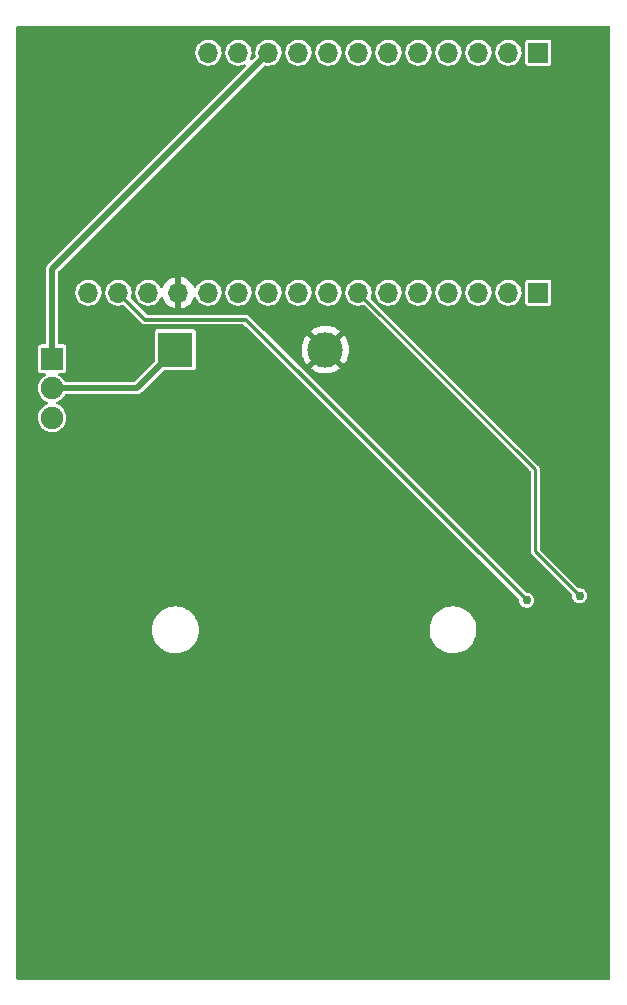
<source format=gbl>
%TF.GenerationSoftware,KiCad,Pcbnew,(6.0.0-0)*%
%TF.CreationDate,2022-01-27T20:46:24+01:00*%
%TF.ProjectId,burrboard,62757272-626f-4617-9264-2e6b69636164,v3.0*%
%TF.SameCoordinates,Original*%
%TF.FileFunction,Copper,L2,Bot*%
%TF.FilePolarity,Positive*%
%FSLAX46Y46*%
G04 Gerber Fmt 4.6, Leading zero omitted, Abs format (unit mm)*
G04 Created by KiCad (PCBNEW (6.0.0-0)) date 2022-01-27 20:46:24*
%MOMM*%
%LPD*%
G01*
G04 APERTURE LIST*
%TA.AperFunction,ComponentPad*%
%ADD10R,1.700000X1.700000*%
%TD*%
%TA.AperFunction,ComponentPad*%
%ADD11O,1.700000X1.700000*%
%TD*%
%TA.AperFunction,ComponentPad*%
%ADD12R,3.000000X3.000000*%
%TD*%
%TA.AperFunction,ComponentPad*%
%ADD13C,3.000000*%
%TD*%
%TA.AperFunction,ComponentPad*%
%ADD14R,1.900000X1.900000*%
%TD*%
%TA.AperFunction,ComponentPad*%
%ADD15C,1.900000*%
%TD*%
%TA.AperFunction,ViaPad*%
%ADD16C,0.762000*%
%TD*%
%TA.AperFunction,Conductor*%
%ADD17C,0.508000*%
%TD*%
%TA.AperFunction,Conductor*%
%ADD18C,0.304800*%
%TD*%
%TA.AperFunction,Conductor*%
%ADD19C,0.254000*%
%TD*%
G04 APERTURE END LIST*
D10*
%TO.P,J1,1,Pin_1*%
%TO.N,unconnected-(J1-Pad1)*%
X223342200Y-84886800D03*
D11*
%TO.P,J1,2,Pin_2*%
%TO.N,unconnected-(J1-Pad2)*%
X220802200Y-84886800D03*
%TO.P,J1,3,Pin_3*%
%TO.N,unconnected-(J1-Pad3)*%
X218262200Y-84886800D03*
%TO.P,J1,4,Pin_4*%
%TO.N,unconnected-(J1-Pad4)*%
X215722200Y-84886800D03*
%TO.P,J1,5,Pin_5*%
%TO.N,unconnected-(J1-Pad5)*%
X213182200Y-84886800D03*
%TO.P,J1,6,Pin_6*%
%TO.N,unconnected-(J1-Pad6)*%
X210642200Y-84886800D03*
%TO.P,J1,7,Pin_7*%
%TO.N,/A5*%
X208102200Y-84886800D03*
%TO.P,J1,8,Pin_8*%
%TO.N,/A4*%
X205562200Y-84886800D03*
%TO.P,J1,9,Pin_9*%
%TO.N,/A3*%
X203022200Y-84886800D03*
%TO.P,J1,10,Pin_10*%
%TO.N,/A2*%
X200482200Y-84886800D03*
%TO.P,J1,11,Pin_11*%
%TO.N,/A1*%
X197942200Y-84886800D03*
%TO.P,J1,12,Pin_12*%
%TO.N,/A0*%
X195402200Y-84886800D03*
%TO.P,J1,13,Pin_13*%
%TO.N,GND*%
X192862200Y-84886800D03*
%TO.P,J1,14,Pin_14*%
%TO.N,unconnected-(J1-Pad14)*%
X190322200Y-84886800D03*
%TO.P,J1,15,Pin_15*%
%TO.N,/3V3*%
X187782200Y-84886800D03*
%TO.P,J1,16,Pin_16*%
%TO.N,unconnected-(J1-Pad16)*%
X185242200Y-84886800D03*
%TD*%
D10*
%TO.P,J2,1,Pin_1*%
%TO.N,unconnected-(J2-Pad1)*%
X223342200Y-64566800D03*
D11*
%TO.P,J2,2,Pin_2*%
%TO.N,unconnected-(J2-Pad2)*%
X220802200Y-64566800D03*
%TO.P,J2,3,Pin_3*%
%TO.N,unconnected-(J2-Pad3)*%
X218262200Y-64566800D03*
%TO.P,J2,4,Pin_4*%
%TO.N,unconnected-(J2-Pad4)*%
X215722200Y-64566800D03*
%TO.P,J2,5,Pin_5*%
%TO.N,/F2*%
X213182200Y-64566800D03*
%TO.P,J2,6,Pin_6*%
%TO.N,/F3*%
X210642200Y-64566800D03*
%TO.P,J2,7,Pin_7*%
%TO.N,/F4*%
X208102200Y-64566800D03*
%TO.P,J2,8,Pin_8*%
%TO.N,unconnected-(J2-Pad8)*%
X205562200Y-64566800D03*
%TO.P,J2,9,Pin_9*%
%TO.N,unconnected-(J2-Pad9)*%
X203022200Y-64566800D03*
%TO.P,J2,10,Pin_10*%
%TO.N,/VUSB*%
X200482200Y-64566800D03*
%TO.P,J2,11,Pin_11*%
%TO.N,unconnected-(J2-Pad11)*%
X197942200Y-64566800D03*
%TO.P,J2,12,Pin_12*%
%TO.N,unconnected-(J2-Pad12)*%
X195402200Y-64566800D03*
%TD*%
D12*
%TO.P,BT1,1,+*%
%TO.N,VDD*%
X192608200Y-89712800D03*
D13*
%TO.P,BT1,2,-*%
%TO.N,GND*%
X205308200Y-89712800D03*
%TD*%
D14*
%TO.P,S3,1,A*%
%TO.N,/VUSB*%
X182168800Y-90482400D03*
D15*
%TO.P,S3,2,B*%
%TO.N,VDD*%
X182168800Y-92982400D03*
%TO.P,S3,3,C*%
%TO.N,unconnected-(S3-Pad3)*%
X182168800Y-95482400D03*
%TD*%
D16*
%TO.N,/3V3*%
X222351600Y-110947200D03*
%TO.N,/A5*%
X226822000Y-110540800D03*
%TD*%
D17*
%TO.N,VDD*%
X192608200Y-89712800D02*
X189338600Y-92982400D01*
X189338600Y-92982400D02*
X182168800Y-92982400D01*
D18*
%TO.N,/3V3*%
X187782200Y-84886800D02*
X190068200Y-87172800D01*
X198577200Y-87172800D02*
X222351600Y-110947200D01*
X190068200Y-87172800D02*
X198577200Y-87172800D01*
D17*
%TO.N,/VUSB*%
X182168800Y-82880200D02*
X200482200Y-64566800D01*
X182168800Y-90482400D02*
X182168800Y-82880200D01*
D19*
%TO.N,/A5*%
X223062311Y-106781111D02*
X226822000Y-110540800D01*
X223062311Y-99846911D02*
X223062311Y-106781111D01*
X208102200Y-84886800D02*
X223062311Y-99846911D01*
%TD*%
%TA.AperFunction,Conductor*%
%TO.N,GND*%
G36*
X229380321Y-62300802D02*
G01*
X229426814Y-62354458D01*
X229438200Y-62406800D01*
X229438200Y-142926800D01*
X229418198Y-142994921D01*
X229364542Y-143041414D01*
X229312200Y-143052800D01*
X179272200Y-143052800D01*
X179204079Y-143032798D01*
X179157586Y-142979142D01*
X179146200Y-142926800D01*
X179146200Y-113401628D01*
X190623889Y-113401628D01*
X190624133Y-113406063D01*
X190624133Y-113406067D01*
X190627076Y-113459533D01*
X190639293Y-113681531D01*
X190693982Y-113956471D01*
X190786865Y-114220962D01*
X190788918Y-114224913D01*
X190788920Y-114224919D01*
X190914036Y-114465778D01*
X190916088Y-114469728D01*
X190918671Y-114473343D01*
X190918675Y-114473349D01*
X191076485Y-114694183D01*
X191079073Y-114697804D01*
X191272569Y-114900639D01*
X191276065Y-114903395D01*
X191276066Y-114903396D01*
X191328233Y-114944521D01*
X191492714Y-115074188D01*
X191547087Y-115105770D01*
X191731269Y-115212752D01*
X191731275Y-115212755D01*
X191735116Y-115214986D01*
X191739239Y-115216656D01*
X191990812Y-115318554D01*
X191990815Y-115318555D01*
X191994938Y-115320225D01*
X191999251Y-115321296D01*
X191999256Y-115321298D01*
X192262676Y-115386732D01*
X192262681Y-115386733D01*
X192266997Y-115387805D01*
X192271425Y-115388259D01*
X192271427Y-115388259D01*
X192346109Y-115395911D01*
X192506072Y-115412300D01*
X192679607Y-115412300D01*
X192887826Y-115397557D01*
X192892181Y-115396619D01*
X192892184Y-115396619D01*
X193157526Y-115339493D01*
X193157528Y-115339493D01*
X193161873Y-115338557D01*
X193424873Y-115241531D01*
X193474070Y-115214986D01*
X193667662Y-115110529D01*
X193671578Y-115108416D01*
X193897066Y-114941868D01*
X194096837Y-114745210D01*
X194266907Y-114522367D01*
X194403880Y-114277783D01*
X194505025Y-114016339D01*
X194517926Y-113960683D01*
X194567317Y-113747592D01*
X194568323Y-113743253D01*
X194592511Y-113463972D01*
X194592267Y-113459533D01*
X194589080Y-113401628D01*
X214123889Y-113401628D01*
X214124133Y-113406063D01*
X214124133Y-113406067D01*
X214127076Y-113459533D01*
X214139293Y-113681531D01*
X214193982Y-113956471D01*
X214286865Y-114220962D01*
X214288918Y-114224913D01*
X214288920Y-114224919D01*
X214414036Y-114465778D01*
X214416088Y-114469728D01*
X214418671Y-114473343D01*
X214418675Y-114473349D01*
X214576485Y-114694183D01*
X214579073Y-114697804D01*
X214772569Y-114900639D01*
X214776065Y-114903395D01*
X214776066Y-114903396D01*
X214828233Y-114944521D01*
X214992714Y-115074188D01*
X215047087Y-115105770D01*
X215231269Y-115212752D01*
X215231275Y-115212755D01*
X215235116Y-115214986D01*
X215239239Y-115216656D01*
X215490812Y-115318554D01*
X215490815Y-115318555D01*
X215494938Y-115320225D01*
X215499251Y-115321296D01*
X215499256Y-115321298D01*
X215762676Y-115386732D01*
X215762681Y-115386733D01*
X215766997Y-115387805D01*
X215771425Y-115388259D01*
X215771427Y-115388259D01*
X215846109Y-115395911D01*
X216006072Y-115412300D01*
X216179607Y-115412300D01*
X216387826Y-115397557D01*
X216392181Y-115396619D01*
X216392184Y-115396619D01*
X216657526Y-115339493D01*
X216657528Y-115339493D01*
X216661873Y-115338557D01*
X216924873Y-115241531D01*
X216974070Y-115214986D01*
X217167662Y-115110529D01*
X217171578Y-115108416D01*
X217397066Y-114941868D01*
X217596837Y-114745210D01*
X217766907Y-114522367D01*
X217903880Y-114277783D01*
X218005025Y-114016339D01*
X218017926Y-113960683D01*
X218067317Y-113747592D01*
X218068323Y-113743253D01*
X218092511Y-113463972D01*
X218092267Y-113459533D01*
X218077352Y-113188512D01*
X218077351Y-113188505D01*
X218077107Y-113184069D01*
X218022418Y-112909129D01*
X217929535Y-112644638D01*
X217902174Y-112591964D01*
X217802364Y-112399822D01*
X217802363Y-112399820D01*
X217800312Y-112395872D01*
X217797729Y-112392257D01*
X217797725Y-112392251D01*
X217639915Y-112171417D01*
X217639912Y-112171413D01*
X217637327Y-112167796D01*
X217443831Y-111964961D01*
X217395506Y-111926864D01*
X217227182Y-111794168D01*
X217223686Y-111791412D01*
X217114620Y-111728062D01*
X216985131Y-111652848D01*
X216985125Y-111652845D01*
X216981284Y-111650614D01*
X216816479Y-111583861D01*
X216725588Y-111547046D01*
X216725585Y-111547045D01*
X216721462Y-111545375D01*
X216717149Y-111544304D01*
X216717144Y-111544302D01*
X216453724Y-111478868D01*
X216453719Y-111478867D01*
X216449403Y-111477795D01*
X216444975Y-111477341D01*
X216444973Y-111477341D01*
X216354222Y-111468043D01*
X216210328Y-111453300D01*
X216036793Y-111453300D01*
X215828574Y-111468043D01*
X215824219Y-111468981D01*
X215824216Y-111468981D01*
X215558874Y-111526107D01*
X215558872Y-111526107D01*
X215554527Y-111527043D01*
X215291527Y-111624069D01*
X215287609Y-111626183D01*
X215238190Y-111652848D01*
X215044822Y-111757184D01*
X214819334Y-111923732D01*
X214619563Y-112120390D01*
X214449493Y-112343233D01*
X214312520Y-112587817D01*
X214211375Y-112849261D01*
X214210372Y-112853586D01*
X214210371Y-112853591D01*
X214197498Y-112909129D01*
X214148077Y-113122347D01*
X214123889Y-113401628D01*
X194589080Y-113401628D01*
X194577352Y-113188512D01*
X194577351Y-113188505D01*
X194577107Y-113184069D01*
X194522418Y-112909129D01*
X194429535Y-112644638D01*
X194402174Y-112591964D01*
X194302364Y-112399822D01*
X194302363Y-112399820D01*
X194300312Y-112395872D01*
X194297729Y-112392257D01*
X194297725Y-112392251D01*
X194139915Y-112171417D01*
X194139912Y-112171413D01*
X194137327Y-112167796D01*
X193943831Y-111964961D01*
X193895506Y-111926864D01*
X193727182Y-111794168D01*
X193723686Y-111791412D01*
X193614620Y-111728062D01*
X193485131Y-111652848D01*
X193485125Y-111652845D01*
X193481284Y-111650614D01*
X193316479Y-111583861D01*
X193225588Y-111547046D01*
X193225585Y-111547045D01*
X193221462Y-111545375D01*
X193217149Y-111544304D01*
X193217144Y-111544302D01*
X192953724Y-111478868D01*
X192953719Y-111478867D01*
X192949403Y-111477795D01*
X192944975Y-111477341D01*
X192944973Y-111477341D01*
X192854222Y-111468043D01*
X192710328Y-111453300D01*
X192536793Y-111453300D01*
X192328574Y-111468043D01*
X192324219Y-111468981D01*
X192324216Y-111468981D01*
X192058874Y-111526107D01*
X192058872Y-111526107D01*
X192054527Y-111527043D01*
X191791527Y-111624069D01*
X191787609Y-111626183D01*
X191738190Y-111652848D01*
X191544822Y-111757184D01*
X191319334Y-111923732D01*
X191119563Y-112120390D01*
X190949493Y-112343233D01*
X190812520Y-112587817D01*
X190711375Y-112849261D01*
X190710372Y-112853586D01*
X190710371Y-112853591D01*
X190697498Y-112909129D01*
X190648077Y-113122347D01*
X190623889Y-113401628D01*
X179146200Y-113401628D01*
X179146200Y-95450735D01*
X180959555Y-95450735D01*
X180974033Y-95671633D01*
X181028524Y-95886193D01*
X181121204Y-96087230D01*
X181248967Y-96268011D01*
X181407536Y-96422482D01*
X181412332Y-96425687D01*
X181412335Y-96425689D01*
X181487053Y-96475614D01*
X181591600Y-96545470D01*
X181596903Y-96547748D01*
X181596906Y-96547750D01*
X181682808Y-96584656D01*
X181794995Y-96632855D01*
X181874473Y-96650839D01*
X182005271Y-96680436D01*
X182005276Y-96680437D01*
X182010908Y-96681711D01*
X182016679Y-96681938D01*
X182016681Y-96681938D01*
X182084301Y-96684595D01*
X182232109Y-96690402D01*
X182360708Y-96671756D01*
X182445468Y-96659467D01*
X182445472Y-96659466D01*
X182451190Y-96658637D01*
X182456662Y-96656779D01*
X182456664Y-96656779D01*
X182655345Y-96589335D01*
X182660813Y-96587479D01*
X182853959Y-96479312D01*
X183024159Y-96337759D01*
X183165712Y-96167559D01*
X183273879Y-95974413D01*
X183345037Y-95764790D01*
X183376802Y-95545709D01*
X183378460Y-95482400D01*
X183358204Y-95261957D01*
X183349445Y-95230898D01*
X183299684Y-95054461D01*
X183298115Y-95048897D01*
X183200205Y-94850354D01*
X183067753Y-94672979D01*
X183063517Y-94669063D01*
X182909434Y-94526631D01*
X182909432Y-94526629D01*
X182905194Y-94522712D01*
X182717974Y-94404585D01*
X182579479Y-94349331D01*
X182523619Y-94305510D01*
X182500319Y-94238446D01*
X182516975Y-94169431D01*
X182568299Y-94120376D01*
X182585667Y-94112988D01*
X182655345Y-94089335D01*
X182660813Y-94087479D01*
X182853959Y-93979312D01*
X183024159Y-93837759D01*
X183165712Y-93667559D01*
X183228563Y-93555332D01*
X183279297Y-93505672D01*
X183338495Y-93490900D01*
X189267528Y-93490900D01*
X189279658Y-93492255D01*
X189279697Y-93491773D01*
X189288644Y-93492493D01*
X189297400Y-93494474D01*
X189351108Y-93491142D01*
X189358910Y-93490900D01*
X189375113Y-93490900D01*
X189384029Y-93489623D01*
X189385478Y-93489416D01*
X189395528Y-93488387D01*
X189433816Y-93486011D01*
X189442777Y-93485455D01*
X189451223Y-93482406D01*
X189454114Y-93481807D01*
X189471080Y-93477578D01*
X189473905Y-93476752D01*
X189482787Y-93475480D01*
X189525898Y-93455878D01*
X189535249Y-93452072D01*
X189571335Y-93439045D01*
X189579781Y-93435996D01*
X189587029Y-93430701D01*
X189589627Y-93429320D01*
X189604745Y-93420485D01*
X189607214Y-93418906D01*
X189615382Y-93415192D01*
X189651253Y-93384284D01*
X189659169Y-93377999D01*
X189666215Y-93372852D01*
X189666220Y-93372847D01*
X189670152Y-93369975D01*
X189681127Y-93359000D01*
X189687975Y-93352642D01*
X189718923Y-93325976D01*
X189718924Y-93325975D01*
X189725727Y-93320113D01*
X189730611Y-93312578D01*
X189736058Y-93306334D01*
X189745658Y-93294469D01*
X191535923Y-91504205D01*
X191598235Y-91470179D01*
X191625018Y-91467300D01*
X193861823Y-91467299D01*
X194133266Y-91467299D01*
X194169018Y-91460188D01*
X194195326Y-91454956D01*
X194195328Y-91454955D01*
X194207501Y-91452534D01*
X194217821Y-91445639D01*
X194217822Y-91445638D01*
X194281368Y-91403177D01*
X194291684Y-91396284D01*
X194347934Y-91312101D01*
X194362700Y-91237867D01*
X194362699Y-88187734D01*
X194355588Y-88151982D01*
X194350356Y-88125674D01*
X194350355Y-88125672D01*
X194347934Y-88113499D01*
X194291684Y-88029316D01*
X194207501Y-87973066D01*
X194133267Y-87958300D01*
X192608447Y-87958300D01*
X191083134Y-87958301D01*
X191047382Y-87965412D01*
X191021074Y-87970644D01*
X191021072Y-87970645D01*
X191008899Y-87973066D01*
X190998579Y-87979961D01*
X190998578Y-87979962D01*
X190938185Y-88020316D01*
X190924716Y-88029316D01*
X190868466Y-88113499D01*
X190853700Y-88187733D01*
X190853701Y-89445274D01*
X190853701Y-90695982D01*
X190833699Y-90764103D01*
X190816796Y-90785077D01*
X189164878Y-92436995D01*
X189102566Y-92471021D01*
X189075783Y-92473900D01*
X183339483Y-92473900D01*
X183271362Y-92453898D01*
X183226477Y-92403629D01*
X183200205Y-92350354D01*
X183067753Y-92172979D01*
X183063517Y-92169063D01*
X182909434Y-92026631D01*
X182909432Y-92026629D01*
X182905194Y-92022712D01*
X182741551Y-91919461D01*
X182694612Y-91866194D01*
X182683923Y-91796007D01*
X182712878Y-91731183D01*
X182772282Y-91692303D01*
X182808785Y-91686899D01*
X183143866Y-91686899D01*
X183179618Y-91679788D01*
X183205926Y-91674556D01*
X183205928Y-91674555D01*
X183218101Y-91672134D01*
X183228421Y-91665239D01*
X183228422Y-91665238D01*
X183291968Y-91622777D01*
X183302284Y-91615884D01*
X183358534Y-91531701D01*
X183373300Y-91457467D01*
X183373299Y-89507334D01*
X183358534Y-89433099D01*
X183302284Y-89348916D01*
X183218101Y-89292666D01*
X183143867Y-89277900D01*
X182803300Y-89277900D01*
X182735179Y-89257898D01*
X182688686Y-89204242D01*
X182677300Y-89151900D01*
X182677300Y-84857764D01*
X184133348Y-84857764D01*
X184146624Y-85060322D01*
X184148045Y-85065918D01*
X184148046Y-85065923D01*
X184168319Y-85145745D01*
X184196592Y-85257069D01*
X184199009Y-85262312D01*
X184236210Y-85343008D01*
X184281577Y-85441416D01*
X184398733Y-85607189D01*
X184544138Y-85748835D01*
X184712920Y-85861612D01*
X184718223Y-85863890D01*
X184718226Y-85863892D01*
X184894121Y-85939462D01*
X184899428Y-85941742D01*
X184972444Y-85958264D01*
X185091779Y-85985267D01*
X185091784Y-85985268D01*
X185097416Y-85986542D01*
X185103187Y-85986769D01*
X185103189Y-85986769D01*
X185162956Y-85989117D01*
X185300253Y-85994512D01*
X185407548Y-85978955D01*
X185495431Y-85966213D01*
X185495436Y-85966212D01*
X185501145Y-85965384D01*
X185506609Y-85963529D01*
X185506614Y-85963528D01*
X185687893Y-85901992D01*
X185687898Y-85901990D01*
X185693365Y-85900134D01*
X185870476Y-85800947D01*
X185910169Y-85767935D01*
X185997896Y-85694972D01*
X186026545Y-85671145D01*
X186156347Y-85515076D01*
X186255534Y-85337965D01*
X186257390Y-85332498D01*
X186257392Y-85332493D01*
X186318928Y-85151214D01*
X186318929Y-85151209D01*
X186320784Y-85145745D01*
X186321612Y-85140036D01*
X186321613Y-85140031D01*
X186349379Y-84948527D01*
X186349912Y-84944853D01*
X186351432Y-84886800D01*
X186348764Y-84857764D01*
X186673348Y-84857764D01*
X186686624Y-85060322D01*
X186688045Y-85065918D01*
X186688046Y-85065923D01*
X186708319Y-85145745D01*
X186736592Y-85257069D01*
X186739009Y-85262312D01*
X186776210Y-85343008D01*
X186821577Y-85441416D01*
X186938733Y-85607189D01*
X187084138Y-85748835D01*
X187252920Y-85861612D01*
X187258223Y-85863890D01*
X187258226Y-85863892D01*
X187434121Y-85939462D01*
X187439428Y-85941742D01*
X187512444Y-85958264D01*
X187631779Y-85985267D01*
X187631784Y-85985268D01*
X187637416Y-85986542D01*
X187643187Y-85986769D01*
X187643189Y-85986769D01*
X187702956Y-85989117D01*
X187840253Y-85994512D01*
X187947548Y-85978955D01*
X188035431Y-85966213D01*
X188035436Y-85966212D01*
X188041145Y-85965384D01*
X188149263Y-85928683D01*
X188220196Y-85925727D01*
X188278858Y-85958901D01*
X189803122Y-87483166D01*
X189803126Y-87483169D01*
X189826049Y-87506092D01*
X189846105Y-87516311D01*
X189862948Y-87526633D01*
X189881168Y-87539870D01*
X189902580Y-87546827D01*
X189920838Y-87554390D01*
X189940894Y-87564609D01*
X189950687Y-87566160D01*
X189950690Y-87566161D01*
X189963130Y-87568132D01*
X189982351Y-87572746D01*
X190003753Y-87579700D01*
X198356467Y-87579700D01*
X198424588Y-87599702D01*
X198445562Y-87616605D01*
X221675518Y-110846561D01*
X221709544Y-110908873D01*
X221712204Y-110934898D01*
X221711467Y-110940496D01*
X221712300Y-110948041D01*
X221712300Y-110948044D01*
X221726584Y-111077422D01*
X221728346Y-111093383D01*
X221730955Y-111100514D01*
X221730956Y-111100516D01*
X221759071Y-111177342D01*
X221781206Y-111237830D01*
X221785442Y-111244133D01*
X221785442Y-111244134D01*
X221862762Y-111359199D01*
X221862765Y-111359202D01*
X221866996Y-111365499D01*
X221941872Y-111433631D01*
X221963849Y-111453628D01*
X221980763Y-111469019D01*
X222115938Y-111542413D01*
X222264719Y-111581445D01*
X222344538Y-111582699D01*
X222410918Y-111583742D01*
X222410921Y-111583742D01*
X222418516Y-111583861D01*
X222425920Y-111582165D01*
X222425922Y-111582165D01*
X222481189Y-111569507D01*
X222568449Y-111549522D01*
X222615005Y-111526107D01*
X222699081Y-111483822D01*
X222699084Y-111483820D01*
X222705864Y-111480410D01*
X222822826Y-111380514D01*
X222912583Y-111255603D01*
X222969955Y-111112888D01*
X222991628Y-110960607D01*
X222991768Y-110947200D01*
X222990531Y-110936972D01*
X222974201Y-110802039D01*
X222973289Y-110794499D01*
X222918919Y-110650613D01*
X222910240Y-110637984D01*
X222836099Y-110530108D01*
X222836097Y-110530106D01*
X222831797Y-110523849D01*
X222716953Y-110421527D01*
X222653819Y-110388099D01*
X222587731Y-110353107D01*
X222587728Y-110353106D01*
X222581016Y-110349552D01*
X222431834Y-110312080D01*
X222424236Y-110312040D01*
X222424234Y-110312040D01*
X222342991Y-110311615D01*
X222274975Y-110291257D01*
X222254555Y-110274712D01*
X203282297Y-91302454D01*
X204083818Y-91302454D01*
X204090873Y-91312427D01*
X204121879Y-91338351D01*
X204128798Y-91343379D01*
X204353472Y-91484315D01*
X204361007Y-91488356D01*
X204602720Y-91597494D01*
X204610751Y-91600480D01*
X204865032Y-91675802D01*
X204873384Y-91677669D01*
X205135540Y-91717784D01*
X205144074Y-91718500D01*
X205409245Y-91722667D01*
X205417796Y-91722218D01*
X205681083Y-91690357D01*
X205689484Y-91688755D01*
X205946024Y-91621453D01*
X205954126Y-91618726D01*
X206199149Y-91517234D01*
X206206817Y-91513428D01*
X206435798Y-91379622D01*
X206442879Y-91374809D01*
X206522855Y-91312101D01*
X206531325Y-91300242D01*
X206524808Y-91288618D01*
X205321012Y-90084822D01*
X205307068Y-90077208D01*
X205305235Y-90077339D01*
X205298620Y-90081590D01*
X204091110Y-91289100D01*
X204083818Y-91302454D01*
X203282297Y-91302454D01*
X201675847Y-89696004D01*
X203295865Y-89696004D01*
X203311132Y-89960769D01*
X203312205Y-89969270D01*
X203363265Y-90229522D01*
X203365476Y-90237774D01*
X203451384Y-90488694D01*
X203454699Y-90496579D01*
X203573864Y-90733513D01*
X203578220Y-90740879D01*
X203707547Y-90929050D01*
X203717801Y-90937394D01*
X203731542Y-90930248D01*
X204936178Y-89725612D01*
X204942556Y-89713932D01*
X205672608Y-89713932D01*
X205672739Y-89715765D01*
X205676990Y-89722380D01*
X206883930Y-90929320D01*
X206896139Y-90935987D01*
X206907639Y-90927297D01*
X207005031Y-90794713D01*
X207009618Y-90787485D01*
X207136162Y-90554421D01*
X207139730Y-90546627D01*
X207233471Y-90298550D01*
X207235948Y-90290344D01*
X207295154Y-90031838D01*
X207296494Y-90023377D01*
X207320231Y-89757416D01*
X207320477Y-89752477D01*
X207320866Y-89715285D01*
X207320723Y-89710319D01*
X207302562Y-89443923D01*
X207301401Y-89435449D01*
X207247619Y-89175744D01*
X207245320Y-89167509D01*
X207156788Y-88917505D01*
X207153391Y-88909654D01*
X207031750Y-88673978D01*
X207027322Y-88666666D01*
X206908231Y-88497217D01*
X206897709Y-88488837D01*
X206884321Y-88495889D01*
X205680222Y-89699988D01*
X205672608Y-89713932D01*
X204942556Y-89713932D01*
X204943792Y-89711668D01*
X204943661Y-89709835D01*
X204939410Y-89703220D01*
X203732014Y-88495824D01*
X203720004Y-88489266D01*
X203708264Y-88498234D01*
X203600135Y-88648711D01*
X203595618Y-88655996D01*
X203471525Y-88890367D01*
X203468039Y-88898195D01*
X203376900Y-89147246D01*
X203374511Y-89155470D01*
X203318012Y-89414595D01*
X203316763Y-89423050D01*
X203295954Y-89687453D01*
X203295865Y-89696004D01*
X201675847Y-89696004D01*
X200105143Y-88125300D01*
X204084784Y-88125300D01*
X204091180Y-88136570D01*
X205295388Y-89340778D01*
X205309332Y-89348392D01*
X205311165Y-89348261D01*
X205317780Y-89344010D01*
X206524804Y-88136986D01*
X206531995Y-88123817D01*
X206524673Y-88113580D01*
X206477433Y-88074915D01*
X206470461Y-88069960D01*
X206244322Y-87931382D01*
X206236752Y-87927424D01*
X205993904Y-87820822D01*
X205985844Y-87817920D01*
X205730792Y-87745267D01*
X205722414Y-87743485D01*
X205459856Y-87706118D01*
X205451311Y-87705491D01*
X205186108Y-87704102D01*
X205177574Y-87704639D01*
X204914633Y-87739256D01*
X204906235Y-87740949D01*
X204650438Y-87810927D01*
X204642343Y-87813746D01*
X204398399Y-87917797D01*
X204390777Y-87921681D01*
X204163213Y-88057875D01*
X204156181Y-88062762D01*
X204093253Y-88113177D01*
X204084784Y-88125300D01*
X200105143Y-88125300D01*
X198819351Y-86839508D01*
X198799296Y-86829290D01*
X198782441Y-86818960D01*
X198772257Y-86811561D01*
X198764232Y-86805730D01*
X198754799Y-86802665D01*
X198754797Y-86802664D01*
X198742820Y-86798772D01*
X198724558Y-86791208D01*
X198713340Y-86785492D01*
X198713339Y-86785492D01*
X198704506Y-86780991D01*
X198682274Y-86777470D01*
X198663048Y-86772854D01*
X198651079Y-86768965D01*
X198641646Y-86765900D01*
X190288934Y-86765900D01*
X190220813Y-86745898D01*
X190199839Y-86728995D01*
X189530383Y-86059539D01*
X188854301Y-85383458D01*
X188820276Y-85321146D01*
X188824083Y-85253863D01*
X188860784Y-85145745D01*
X188861612Y-85140036D01*
X188861613Y-85140031D01*
X188889379Y-84948527D01*
X188889912Y-84944853D01*
X188891432Y-84886800D01*
X188888764Y-84857764D01*
X189213348Y-84857764D01*
X189226624Y-85060322D01*
X189228045Y-85065918D01*
X189228046Y-85065923D01*
X189248319Y-85145745D01*
X189276592Y-85257069D01*
X189279009Y-85262312D01*
X189316210Y-85343008D01*
X189361577Y-85441416D01*
X189478733Y-85607189D01*
X189624138Y-85748835D01*
X189792920Y-85861612D01*
X189798223Y-85863890D01*
X189798226Y-85863892D01*
X189974121Y-85939462D01*
X189979428Y-85941742D01*
X190052444Y-85958264D01*
X190171779Y-85985267D01*
X190171784Y-85985268D01*
X190177416Y-85986542D01*
X190183187Y-85986769D01*
X190183189Y-85986769D01*
X190242956Y-85989117D01*
X190380253Y-85994512D01*
X190487548Y-85978955D01*
X190575431Y-85966213D01*
X190575436Y-85966212D01*
X190581145Y-85965384D01*
X190586609Y-85963529D01*
X190586614Y-85963528D01*
X190767893Y-85901992D01*
X190767898Y-85901990D01*
X190773365Y-85900134D01*
X190950476Y-85800947D01*
X190990169Y-85767935D01*
X191077896Y-85694972D01*
X191106545Y-85671145D01*
X191236347Y-85515076D01*
X191335534Y-85337965D01*
X191337920Y-85330935D01*
X191338370Y-85330296D01*
X191339741Y-85327216D01*
X191340346Y-85327485D01*
X191378753Y-85272859D01*
X191444505Y-85246078D01*
X191514298Y-85259095D01*
X191565973Y-85307780D01*
X191573977Y-85324029D01*
X191643970Y-85496403D01*
X191648613Y-85505594D01*
X191759894Y-85687188D01*
X191765977Y-85695499D01*
X191905413Y-85856467D01*
X191912780Y-85863683D01*
X192076634Y-85999716D01*
X192085081Y-86005631D01*
X192268956Y-86113079D01*
X192278242Y-86117529D01*
X192477201Y-86193503D01*
X192487099Y-86196379D01*
X192590450Y-86217406D01*
X192604499Y-86216210D01*
X192608200Y-86205865D01*
X192608200Y-86205317D01*
X193116200Y-86205317D01*
X193120264Y-86219159D01*
X193133678Y-86221193D01*
X193140384Y-86220334D01*
X193150462Y-86218192D01*
X193354455Y-86156991D01*
X193364042Y-86153233D01*
X193555295Y-86059539D01*
X193564145Y-86054264D01*
X193737528Y-85930592D01*
X193745400Y-85923939D01*
X193896252Y-85773612D01*
X193902930Y-85765765D01*
X194027203Y-85592820D01*
X194032513Y-85583983D01*
X194126870Y-85393067D01*
X194130669Y-85383472D01*
X194147266Y-85328847D01*
X194186207Y-85269483D01*
X194251062Y-85240596D01*
X194321238Y-85251358D01*
X194374456Y-85298351D01*
X194382248Y-85312722D01*
X194441577Y-85441416D01*
X194558733Y-85607189D01*
X194704138Y-85748835D01*
X194872920Y-85861612D01*
X194878223Y-85863890D01*
X194878226Y-85863892D01*
X195054121Y-85939462D01*
X195059428Y-85941742D01*
X195132444Y-85958264D01*
X195251779Y-85985267D01*
X195251784Y-85985268D01*
X195257416Y-85986542D01*
X195263187Y-85986769D01*
X195263189Y-85986769D01*
X195322956Y-85989117D01*
X195460253Y-85994512D01*
X195567548Y-85978955D01*
X195655431Y-85966213D01*
X195655436Y-85966212D01*
X195661145Y-85965384D01*
X195666609Y-85963529D01*
X195666614Y-85963528D01*
X195847893Y-85901992D01*
X195847898Y-85901990D01*
X195853365Y-85900134D01*
X196030476Y-85800947D01*
X196070169Y-85767935D01*
X196157896Y-85694972D01*
X196186545Y-85671145D01*
X196316347Y-85515076D01*
X196415534Y-85337965D01*
X196417390Y-85332498D01*
X196417392Y-85332493D01*
X196478928Y-85151214D01*
X196478929Y-85151209D01*
X196480784Y-85145745D01*
X196481612Y-85140036D01*
X196481613Y-85140031D01*
X196509379Y-84948527D01*
X196509912Y-84944853D01*
X196511432Y-84886800D01*
X196508764Y-84857764D01*
X196833348Y-84857764D01*
X196846624Y-85060322D01*
X196848045Y-85065918D01*
X196848046Y-85065923D01*
X196868319Y-85145745D01*
X196896592Y-85257069D01*
X196899009Y-85262312D01*
X196936210Y-85343008D01*
X196981577Y-85441416D01*
X197098733Y-85607189D01*
X197244138Y-85748835D01*
X197412920Y-85861612D01*
X197418223Y-85863890D01*
X197418226Y-85863892D01*
X197594121Y-85939462D01*
X197599428Y-85941742D01*
X197672444Y-85958264D01*
X197791779Y-85985267D01*
X197791784Y-85985268D01*
X197797416Y-85986542D01*
X197803187Y-85986769D01*
X197803189Y-85986769D01*
X197862956Y-85989117D01*
X198000253Y-85994512D01*
X198107548Y-85978955D01*
X198195431Y-85966213D01*
X198195436Y-85966212D01*
X198201145Y-85965384D01*
X198206609Y-85963529D01*
X198206614Y-85963528D01*
X198387893Y-85901992D01*
X198387898Y-85901990D01*
X198393365Y-85900134D01*
X198570476Y-85800947D01*
X198610169Y-85767935D01*
X198697896Y-85694972D01*
X198726545Y-85671145D01*
X198856347Y-85515076D01*
X198955534Y-85337965D01*
X198957390Y-85332498D01*
X198957392Y-85332493D01*
X199018928Y-85151214D01*
X199018929Y-85151209D01*
X199020784Y-85145745D01*
X199021612Y-85140036D01*
X199021613Y-85140031D01*
X199049379Y-84948527D01*
X199049912Y-84944853D01*
X199051432Y-84886800D01*
X199048764Y-84857764D01*
X199373348Y-84857764D01*
X199386624Y-85060322D01*
X199388045Y-85065918D01*
X199388046Y-85065923D01*
X199408319Y-85145745D01*
X199436592Y-85257069D01*
X199439009Y-85262312D01*
X199476210Y-85343008D01*
X199521577Y-85441416D01*
X199638733Y-85607189D01*
X199784138Y-85748835D01*
X199952920Y-85861612D01*
X199958223Y-85863890D01*
X199958226Y-85863892D01*
X200134121Y-85939462D01*
X200139428Y-85941742D01*
X200212444Y-85958264D01*
X200331779Y-85985267D01*
X200331784Y-85985268D01*
X200337416Y-85986542D01*
X200343187Y-85986769D01*
X200343189Y-85986769D01*
X200402956Y-85989117D01*
X200540253Y-85994512D01*
X200647548Y-85978955D01*
X200735431Y-85966213D01*
X200735436Y-85966212D01*
X200741145Y-85965384D01*
X200746609Y-85963529D01*
X200746614Y-85963528D01*
X200927893Y-85901992D01*
X200927898Y-85901990D01*
X200933365Y-85900134D01*
X201110476Y-85800947D01*
X201150169Y-85767935D01*
X201237896Y-85694972D01*
X201266545Y-85671145D01*
X201396347Y-85515076D01*
X201495534Y-85337965D01*
X201497390Y-85332498D01*
X201497392Y-85332493D01*
X201558928Y-85151214D01*
X201558929Y-85151209D01*
X201560784Y-85145745D01*
X201561612Y-85140036D01*
X201561613Y-85140031D01*
X201589379Y-84948527D01*
X201589912Y-84944853D01*
X201591432Y-84886800D01*
X201588764Y-84857764D01*
X201913348Y-84857764D01*
X201926624Y-85060322D01*
X201928045Y-85065918D01*
X201928046Y-85065923D01*
X201948319Y-85145745D01*
X201976592Y-85257069D01*
X201979009Y-85262312D01*
X202016210Y-85343008D01*
X202061577Y-85441416D01*
X202178733Y-85607189D01*
X202324138Y-85748835D01*
X202492920Y-85861612D01*
X202498223Y-85863890D01*
X202498226Y-85863892D01*
X202674121Y-85939462D01*
X202679428Y-85941742D01*
X202752444Y-85958264D01*
X202871779Y-85985267D01*
X202871784Y-85985268D01*
X202877416Y-85986542D01*
X202883187Y-85986769D01*
X202883189Y-85986769D01*
X202942956Y-85989117D01*
X203080253Y-85994512D01*
X203187548Y-85978955D01*
X203275431Y-85966213D01*
X203275436Y-85966212D01*
X203281145Y-85965384D01*
X203286609Y-85963529D01*
X203286614Y-85963528D01*
X203467893Y-85901992D01*
X203467898Y-85901990D01*
X203473365Y-85900134D01*
X203650476Y-85800947D01*
X203690169Y-85767935D01*
X203777896Y-85694972D01*
X203806545Y-85671145D01*
X203936347Y-85515076D01*
X204035534Y-85337965D01*
X204037390Y-85332498D01*
X204037392Y-85332493D01*
X204098928Y-85151214D01*
X204098929Y-85151209D01*
X204100784Y-85145745D01*
X204101612Y-85140036D01*
X204101613Y-85140031D01*
X204129379Y-84948527D01*
X204129912Y-84944853D01*
X204131432Y-84886800D01*
X204128764Y-84857764D01*
X204453348Y-84857764D01*
X204466624Y-85060322D01*
X204468045Y-85065918D01*
X204468046Y-85065923D01*
X204488319Y-85145745D01*
X204516592Y-85257069D01*
X204519009Y-85262312D01*
X204556210Y-85343008D01*
X204601577Y-85441416D01*
X204718733Y-85607189D01*
X204864138Y-85748835D01*
X205032920Y-85861612D01*
X205038223Y-85863890D01*
X205038226Y-85863892D01*
X205214121Y-85939462D01*
X205219428Y-85941742D01*
X205292444Y-85958264D01*
X205411779Y-85985267D01*
X205411784Y-85985268D01*
X205417416Y-85986542D01*
X205423187Y-85986769D01*
X205423189Y-85986769D01*
X205482956Y-85989117D01*
X205620253Y-85994512D01*
X205727548Y-85978955D01*
X205815431Y-85966213D01*
X205815436Y-85966212D01*
X205821145Y-85965384D01*
X205826609Y-85963529D01*
X205826614Y-85963528D01*
X206007893Y-85901992D01*
X206007898Y-85901990D01*
X206013365Y-85900134D01*
X206190476Y-85800947D01*
X206230169Y-85767935D01*
X206317896Y-85694972D01*
X206346545Y-85671145D01*
X206476347Y-85515076D01*
X206575534Y-85337965D01*
X206577390Y-85332498D01*
X206577392Y-85332493D01*
X206638928Y-85151214D01*
X206638929Y-85151209D01*
X206640784Y-85145745D01*
X206641612Y-85140036D01*
X206641613Y-85140031D01*
X206669379Y-84948527D01*
X206669912Y-84944853D01*
X206671432Y-84886800D01*
X206668764Y-84857764D01*
X206993348Y-84857764D01*
X207006624Y-85060322D01*
X207008045Y-85065918D01*
X207008046Y-85065923D01*
X207028319Y-85145745D01*
X207056592Y-85257069D01*
X207059009Y-85262312D01*
X207096210Y-85343008D01*
X207141577Y-85441416D01*
X207258733Y-85607189D01*
X207404138Y-85748835D01*
X207572920Y-85861612D01*
X207578223Y-85863890D01*
X207578226Y-85863892D01*
X207754121Y-85939462D01*
X207759428Y-85941742D01*
X207832444Y-85958264D01*
X207951779Y-85985267D01*
X207951784Y-85985268D01*
X207957416Y-85986542D01*
X207963187Y-85986769D01*
X207963189Y-85986769D01*
X208022956Y-85989117D01*
X208160253Y-85994512D01*
X208267548Y-85978955D01*
X208355431Y-85966213D01*
X208355436Y-85966212D01*
X208361145Y-85965384D01*
X208366609Y-85963529D01*
X208366614Y-85963528D01*
X208496080Y-85919580D01*
X208567015Y-85916624D01*
X208625676Y-85949798D01*
X215841742Y-93165865D01*
X222643906Y-99968029D01*
X222677932Y-100030341D01*
X222680811Y-100057124D01*
X222680811Y-106726976D01*
X222678225Y-106751275D01*
X222678157Y-106752713D01*
X222675966Y-106762891D01*
X222677190Y-106773231D01*
X222679938Y-106796453D01*
X222680290Y-106802431D01*
X222680383Y-106802423D01*
X222680811Y-106807601D01*
X222680811Y-106812803D01*
X222681665Y-106817933D01*
X222683997Y-106831943D01*
X222684833Y-106837815D01*
X222690893Y-106889018D01*
X222694878Y-106897317D01*
X222696389Y-106906394D01*
X222720869Y-106951762D01*
X222723550Y-106957025D01*
X222742438Y-106996361D01*
X222742441Y-106996365D01*
X222745871Y-107003509D01*
X222749481Y-107007803D01*
X222751413Y-107009735D01*
X222753200Y-107011684D01*
X222753229Y-107011737D01*
X222753099Y-107011856D01*
X222753600Y-107012424D01*
X222756699Y-107018168D01*
X222764344Y-107025235D01*
X222796519Y-107054977D01*
X222800085Y-107058407D01*
X226148854Y-110407177D01*
X226182880Y-110469489D01*
X226184681Y-110512716D01*
X226182858Y-110526561D01*
X226182858Y-110526570D01*
X226181867Y-110534096D01*
X226184538Y-110558287D01*
X226194731Y-110650613D01*
X226198746Y-110686983D01*
X226201355Y-110694114D01*
X226201356Y-110694116D01*
X226208463Y-110713535D01*
X226251606Y-110831430D01*
X226255842Y-110837733D01*
X226255842Y-110837734D01*
X226333162Y-110952799D01*
X226333165Y-110952802D01*
X226337396Y-110959099D01*
X226451163Y-111062619D01*
X226586338Y-111136013D01*
X226735119Y-111175045D01*
X226814938Y-111176299D01*
X226881318Y-111177342D01*
X226881321Y-111177342D01*
X226888916Y-111177461D01*
X226896320Y-111175765D01*
X226896322Y-111175765D01*
X226951589Y-111163107D01*
X227038849Y-111143122D01*
X227084952Y-111119935D01*
X227169481Y-111077422D01*
X227169484Y-111077420D01*
X227176264Y-111074010D01*
X227293226Y-110974114D01*
X227382983Y-110849203D01*
X227440355Y-110706488D01*
X227462028Y-110554207D01*
X227462168Y-110540800D01*
X227460875Y-110530108D01*
X227451315Y-110451115D01*
X227443689Y-110388099D01*
X227389319Y-110244213D01*
X227302197Y-110117449D01*
X227187353Y-110015127D01*
X227180637Y-110011571D01*
X227058131Y-109946707D01*
X227058128Y-109946706D01*
X227051416Y-109943152D01*
X226902234Y-109905680D01*
X226894636Y-109905640D01*
X226894634Y-109905640D01*
X226777281Y-109905026D01*
X226709265Y-109884668D01*
X226688845Y-109868123D01*
X223480716Y-106659993D01*
X223446690Y-106597681D01*
X223443811Y-106570898D01*
X223443811Y-99901051D01*
X223446398Y-99876735D01*
X223446465Y-99875312D01*
X223448657Y-99865131D01*
X223444684Y-99831563D01*
X223444332Y-99825589D01*
X223444239Y-99825597D01*
X223443811Y-99820419D01*
X223443811Y-99815219D01*
X223442957Y-99810087D01*
X223440625Y-99796076D01*
X223439788Y-99790197D01*
X223434953Y-99749344D01*
X223434953Y-99749343D01*
X223433729Y-99739004D01*
X223429744Y-99730705D01*
X223428233Y-99721628D01*
X223403753Y-99676260D01*
X223401072Y-99670997D01*
X223382184Y-99631661D01*
X223382181Y-99631657D01*
X223378751Y-99624513D01*
X223375141Y-99620219D01*
X223373209Y-99618287D01*
X223371422Y-99616338D01*
X223371393Y-99616285D01*
X223371523Y-99616166D01*
X223371022Y-99615598D01*
X223367923Y-99609854D01*
X223328101Y-99573043D01*
X223324536Y-99569614D01*
X209165198Y-85410275D01*
X209131172Y-85347963D01*
X209134980Y-85280679D01*
X209178928Y-85151214D01*
X209178929Y-85151209D01*
X209180784Y-85145745D01*
X209181612Y-85140036D01*
X209181613Y-85140031D01*
X209209379Y-84948527D01*
X209209912Y-84944853D01*
X209211432Y-84886800D01*
X209208764Y-84857764D01*
X209533348Y-84857764D01*
X209546624Y-85060322D01*
X209548045Y-85065918D01*
X209548046Y-85065923D01*
X209568319Y-85145745D01*
X209596592Y-85257069D01*
X209599009Y-85262312D01*
X209636210Y-85343008D01*
X209681577Y-85441416D01*
X209798733Y-85607189D01*
X209944138Y-85748835D01*
X210112920Y-85861612D01*
X210118223Y-85863890D01*
X210118226Y-85863892D01*
X210294121Y-85939462D01*
X210299428Y-85941742D01*
X210372444Y-85958264D01*
X210491779Y-85985267D01*
X210491784Y-85985268D01*
X210497416Y-85986542D01*
X210503187Y-85986769D01*
X210503189Y-85986769D01*
X210562956Y-85989117D01*
X210700253Y-85994512D01*
X210807548Y-85978955D01*
X210895431Y-85966213D01*
X210895436Y-85966212D01*
X210901145Y-85965384D01*
X210906609Y-85963529D01*
X210906614Y-85963528D01*
X211087893Y-85901992D01*
X211087898Y-85901990D01*
X211093365Y-85900134D01*
X211270476Y-85800947D01*
X211310169Y-85767935D01*
X211397896Y-85694972D01*
X211426545Y-85671145D01*
X211556347Y-85515076D01*
X211655534Y-85337965D01*
X211657390Y-85332498D01*
X211657392Y-85332493D01*
X211718928Y-85151214D01*
X211718929Y-85151209D01*
X211720784Y-85145745D01*
X211721612Y-85140036D01*
X211721613Y-85140031D01*
X211749379Y-84948527D01*
X211749912Y-84944853D01*
X211751432Y-84886800D01*
X211748764Y-84857764D01*
X212073348Y-84857764D01*
X212086624Y-85060322D01*
X212088045Y-85065918D01*
X212088046Y-85065923D01*
X212108319Y-85145745D01*
X212136592Y-85257069D01*
X212139009Y-85262312D01*
X212176210Y-85343008D01*
X212221577Y-85441416D01*
X212338733Y-85607189D01*
X212484138Y-85748835D01*
X212652920Y-85861612D01*
X212658223Y-85863890D01*
X212658226Y-85863892D01*
X212834121Y-85939462D01*
X212839428Y-85941742D01*
X212912444Y-85958264D01*
X213031779Y-85985267D01*
X213031784Y-85985268D01*
X213037416Y-85986542D01*
X213043187Y-85986769D01*
X213043189Y-85986769D01*
X213102956Y-85989117D01*
X213240253Y-85994512D01*
X213347548Y-85978955D01*
X213435431Y-85966213D01*
X213435436Y-85966212D01*
X213441145Y-85965384D01*
X213446609Y-85963529D01*
X213446614Y-85963528D01*
X213627893Y-85901992D01*
X213627898Y-85901990D01*
X213633365Y-85900134D01*
X213810476Y-85800947D01*
X213850169Y-85767935D01*
X213937896Y-85694972D01*
X213966545Y-85671145D01*
X214096347Y-85515076D01*
X214195534Y-85337965D01*
X214197390Y-85332498D01*
X214197392Y-85332493D01*
X214258928Y-85151214D01*
X214258929Y-85151209D01*
X214260784Y-85145745D01*
X214261612Y-85140036D01*
X214261613Y-85140031D01*
X214289379Y-84948527D01*
X214289912Y-84944853D01*
X214291432Y-84886800D01*
X214288764Y-84857764D01*
X214613348Y-84857764D01*
X214626624Y-85060322D01*
X214628045Y-85065918D01*
X214628046Y-85065923D01*
X214648319Y-85145745D01*
X214676592Y-85257069D01*
X214679009Y-85262312D01*
X214716210Y-85343008D01*
X214761577Y-85441416D01*
X214878733Y-85607189D01*
X215024138Y-85748835D01*
X215192920Y-85861612D01*
X215198223Y-85863890D01*
X215198226Y-85863892D01*
X215374121Y-85939462D01*
X215379428Y-85941742D01*
X215452444Y-85958264D01*
X215571779Y-85985267D01*
X215571784Y-85985268D01*
X215577416Y-85986542D01*
X215583187Y-85986769D01*
X215583189Y-85986769D01*
X215642956Y-85989117D01*
X215780253Y-85994512D01*
X215887548Y-85978955D01*
X215975431Y-85966213D01*
X215975436Y-85966212D01*
X215981145Y-85965384D01*
X215986609Y-85963529D01*
X215986614Y-85963528D01*
X216167893Y-85901992D01*
X216167898Y-85901990D01*
X216173365Y-85900134D01*
X216350476Y-85800947D01*
X216390169Y-85767935D01*
X216477896Y-85694972D01*
X216506545Y-85671145D01*
X216636347Y-85515076D01*
X216735534Y-85337965D01*
X216737390Y-85332498D01*
X216737392Y-85332493D01*
X216798928Y-85151214D01*
X216798929Y-85151209D01*
X216800784Y-85145745D01*
X216801612Y-85140036D01*
X216801613Y-85140031D01*
X216829379Y-84948527D01*
X216829912Y-84944853D01*
X216831432Y-84886800D01*
X216828764Y-84857764D01*
X217153348Y-84857764D01*
X217166624Y-85060322D01*
X217168045Y-85065918D01*
X217168046Y-85065923D01*
X217188319Y-85145745D01*
X217216592Y-85257069D01*
X217219009Y-85262312D01*
X217256210Y-85343008D01*
X217301577Y-85441416D01*
X217418733Y-85607189D01*
X217564138Y-85748835D01*
X217732920Y-85861612D01*
X217738223Y-85863890D01*
X217738226Y-85863892D01*
X217914121Y-85939462D01*
X217919428Y-85941742D01*
X217992444Y-85958264D01*
X218111779Y-85985267D01*
X218111784Y-85985268D01*
X218117416Y-85986542D01*
X218123187Y-85986769D01*
X218123189Y-85986769D01*
X218182956Y-85989117D01*
X218320253Y-85994512D01*
X218427548Y-85978955D01*
X218515431Y-85966213D01*
X218515436Y-85966212D01*
X218521145Y-85965384D01*
X218526609Y-85963529D01*
X218526614Y-85963528D01*
X218707893Y-85901992D01*
X218707898Y-85901990D01*
X218713365Y-85900134D01*
X218890476Y-85800947D01*
X218930169Y-85767935D01*
X219017896Y-85694972D01*
X219046545Y-85671145D01*
X219176347Y-85515076D01*
X219275534Y-85337965D01*
X219277390Y-85332498D01*
X219277392Y-85332493D01*
X219338928Y-85151214D01*
X219338929Y-85151209D01*
X219340784Y-85145745D01*
X219341612Y-85140036D01*
X219341613Y-85140031D01*
X219369379Y-84948527D01*
X219369912Y-84944853D01*
X219371432Y-84886800D01*
X219368764Y-84857764D01*
X219693348Y-84857764D01*
X219706624Y-85060322D01*
X219708045Y-85065918D01*
X219708046Y-85065923D01*
X219728319Y-85145745D01*
X219756592Y-85257069D01*
X219759009Y-85262312D01*
X219796210Y-85343008D01*
X219841577Y-85441416D01*
X219958733Y-85607189D01*
X220104138Y-85748835D01*
X220272920Y-85861612D01*
X220278223Y-85863890D01*
X220278226Y-85863892D01*
X220454121Y-85939462D01*
X220459428Y-85941742D01*
X220532444Y-85958264D01*
X220651779Y-85985267D01*
X220651784Y-85985268D01*
X220657416Y-85986542D01*
X220663187Y-85986769D01*
X220663189Y-85986769D01*
X220722956Y-85989117D01*
X220860253Y-85994512D01*
X220967548Y-85978955D01*
X221055431Y-85966213D01*
X221055436Y-85966212D01*
X221061145Y-85965384D01*
X221066609Y-85963529D01*
X221066614Y-85963528D01*
X221247893Y-85901992D01*
X221247898Y-85901990D01*
X221253365Y-85900134D01*
X221430476Y-85800947D01*
X221470169Y-85767935D01*
X221557896Y-85694972D01*
X221586545Y-85671145D01*
X221716347Y-85515076D01*
X221815534Y-85337965D01*
X221817390Y-85332498D01*
X221817392Y-85332493D01*
X221878928Y-85151214D01*
X221878929Y-85151209D01*
X221880784Y-85145745D01*
X221881612Y-85140036D01*
X221881613Y-85140031D01*
X221909379Y-84948527D01*
X221909912Y-84944853D01*
X221911432Y-84886800D01*
X221892858Y-84684659D01*
X221891290Y-84679099D01*
X221839325Y-84494846D01*
X221839324Y-84494844D01*
X221837757Y-84489287D01*
X221827178Y-84467833D01*
X221750531Y-84312409D01*
X221747976Y-84307228D01*
X221626520Y-84144579D01*
X221482809Y-84011733D01*
X222237700Y-84011733D01*
X222237701Y-85761866D01*
X222252466Y-85836101D01*
X222259361Y-85846420D01*
X222259362Y-85846422D01*
X222297500Y-85903498D01*
X222308716Y-85920284D01*
X222392899Y-85976534D01*
X222467133Y-85991300D01*
X223342058Y-85991300D01*
X224217266Y-85991299D01*
X224253018Y-85984188D01*
X224279326Y-85978956D01*
X224279328Y-85978955D01*
X224291501Y-85976534D01*
X224301821Y-85969639D01*
X224301822Y-85969638D01*
X224365368Y-85927177D01*
X224375684Y-85920284D01*
X224431934Y-85836101D01*
X224446700Y-85761867D01*
X224446699Y-84011734D01*
X224431934Y-83937499D01*
X224405854Y-83898467D01*
X224382577Y-83863632D01*
X224375684Y-83853316D01*
X224291501Y-83797066D01*
X224217267Y-83782300D01*
X223342342Y-83782300D01*
X222467134Y-83782301D01*
X222431382Y-83789412D01*
X222405074Y-83794644D01*
X222405072Y-83794645D01*
X222392899Y-83797066D01*
X222382579Y-83803961D01*
X222382578Y-83803962D01*
X222322185Y-83844316D01*
X222308716Y-83853316D01*
X222252466Y-83937499D01*
X222237700Y-84011733D01*
X221482809Y-84011733D01*
X221477458Y-84006787D01*
X221472575Y-84003706D01*
X221472571Y-84003703D01*
X221310664Y-83901548D01*
X221305781Y-83898467D01*
X221117239Y-83823246D01*
X221111579Y-83822120D01*
X221111575Y-83822119D01*
X220923813Y-83784771D01*
X220923810Y-83784771D01*
X220918146Y-83783644D01*
X220912371Y-83783568D01*
X220912367Y-83783568D01*
X220810993Y-83782241D01*
X220715171Y-83780987D01*
X220709474Y-83781966D01*
X220709473Y-83781966D01*
X220621597Y-83797066D01*
X220515110Y-83815364D01*
X220324663Y-83885624D01*
X220150210Y-83989412D01*
X220145870Y-83993218D01*
X220145866Y-83993221D01*
X220001933Y-84119448D01*
X219997592Y-84123255D01*
X219871920Y-84282669D01*
X219869231Y-84287780D01*
X219869229Y-84287783D01*
X219856273Y-84312409D01*
X219777403Y-84462315D01*
X219717207Y-84656178D01*
X219693348Y-84857764D01*
X219368764Y-84857764D01*
X219352858Y-84684659D01*
X219351290Y-84679099D01*
X219299325Y-84494846D01*
X219299324Y-84494844D01*
X219297757Y-84489287D01*
X219287178Y-84467833D01*
X219210531Y-84312409D01*
X219207976Y-84307228D01*
X219086520Y-84144579D01*
X218937458Y-84006787D01*
X218932575Y-84003706D01*
X218932571Y-84003703D01*
X218770664Y-83901548D01*
X218765781Y-83898467D01*
X218577239Y-83823246D01*
X218571579Y-83822120D01*
X218571575Y-83822119D01*
X218383813Y-83784771D01*
X218383810Y-83784771D01*
X218378146Y-83783644D01*
X218372371Y-83783568D01*
X218372367Y-83783568D01*
X218270993Y-83782241D01*
X218175171Y-83780987D01*
X218169474Y-83781966D01*
X218169473Y-83781966D01*
X218081597Y-83797066D01*
X217975110Y-83815364D01*
X217784663Y-83885624D01*
X217610210Y-83989412D01*
X217605870Y-83993218D01*
X217605866Y-83993221D01*
X217461933Y-84119448D01*
X217457592Y-84123255D01*
X217331920Y-84282669D01*
X217329231Y-84287780D01*
X217329229Y-84287783D01*
X217316273Y-84312409D01*
X217237403Y-84462315D01*
X217177207Y-84656178D01*
X217153348Y-84857764D01*
X216828764Y-84857764D01*
X216812858Y-84684659D01*
X216811290Y-84679099D01*
X216759325Y-84494846D01*
X216759324Y-84494844D01*
X216757757Y-84489287D01*
X216747178Y-84467833D01*
X216670531Y-84312409D01*
X216667976Y-84307228D01*
X216546520Y-84144579D01*
X216397458Y-84006787D01*
X216392575Y-84003706D01*
X216392571Y-84003703D01*
X216230664Y-83901548D01*
X216225781Y-83898467D01*
X216037239Y-83823246D01*
X216031579Y-83822120D01*
X216031575Y-83822119D01*
X215843813Y-83784771D01*
X215843810Y-83784771D01*
X215838146Y-83783644D01*
X215832371Y-83783568D01*
X215832367Y-83783568D01*
X215730993Y-83782241D01*
X215635171Y-83780987D01*
X215629474Y-83781966D01*
X215629473Y-83781966D01*
X215541597Y-83797066D01*
X215435110Y-83815364D01*
X215244663Y-83885624D01*
X215070210Y-83989412D01*
X215065870Y-83993218D01*
X215065866Y-83993221D01*
X214921933Y-84119448D01*
X214917592Y-84123255D01*
X214791920Y-84282669D01*
X214789231Y-84287780D01*
X214789229Y-84287783D01*
X214776273Y-84312409D01*
X214697403Y-84462315D01*
X214637207Y-84656178D01*
X214613348Y-84857764D01*
X214288764Y-84857764D01*
X214272858Y-84684659D01*
X214271290Y-84679099D01*
X214219325Y-84494846D01*
X214219324Y-84494844D01*
X214217757Y-84489287D01*
X214207178Y-84467833D01*
X214130531Y-84312409D01*
X214127976Y-84307228D01*
X214006520Y-84144579D01*
X213857458Y-84006787D01*
X213852575Y-84003706D01*
X213852571Y-84003703D01*
X213690664Y-83901548D01*
X213685781Y-83898467D01*
X213497239Y-83823246D01*
X213491579Y-83822120D01*
X213491575Y-83822119D01*
X213303813Y-83784771D01*
X213303810Y-83784771D01*
X213298146Y-83783644D01*
X213292371Y-83783568D01*
X213292367Y-83783568D01*
X213190993Y-83782241D01*
X213095171Y-83780987D01*
X213089474Y-83781966D01*
X213089473Y-83781966D01*
X213001597Y-83797066D01*
X212895110Y-83815364D01*
X212704663Y-83885624D01*
X212530210Y-83989412D01*
X212525870Y-83993218D01*
X212525866Y-83993221D01*
X212381933Y-84119448D01*
X212377592Y-84123255D01*
X212251920Y-84282669D01*
X212249231Y-84287780D01*
X212249229Y-84287783D01*
X212236273Y-84312409D01*
X212157403Y-84462315D01*
X212097207Y-84656178D01*
X212073348Y-84857764D01*
X211748764Y-84857764D01*
X211732858Y-84684659D01*
X211731290Y-84679099D01*
X211679325Y-84494846D01*
X211679324Y-84494844D01*
X211677757Y-84489287D01*
X211667178Y-84467833D01*
X211590531Y-84312409D01*
X211587976Y-84307228D01*
X211466520Y-84144579D01*
X211317458Y-84006787D01*
X211312575Y-84003706D01*
X211312571Y-84003703D01*
X211150664Y-83901548D01*
X211145781Y-83898467D01*
X210957239Y-83823246D01*
X210951579Y-83822120D01*
X210951575Y-83822119D01*
X210763813Y-83784771D01*
X210763810Y-83784771D01*
X210758146Y-83783644D01*
X210752371Y-83783568D01*
X210752367Y-83783568D01*
X210650993Y-83782241D01*
X210555171Y-83780987D01*
X210549474Y-83781966D01*
X210549473Y-83781966D01*
X210461597Y-83797066D01*
X210355110Y-83815364D01*
X210164663Y-83885624D01*
X209990210Y-83989412D01*
X209985870Y-83993218D01*
X209985866Y-83993221D01*
X209841933Y-84119448D01*
X209837592Y-84123255D01*
X209711920Y-84282669D01*
X209709231Y-84287780D01*
X209709229Y-84287783D01*
X209696273Y-84312409D01*
X209617403Y-84462315D01*
X209557207Y-84656178D01*
X209533348Y-84857764D01*
X209208764Y-84857764D01*
X209192858Y-84684659D01*
X209191290Y-84679099D01*
X209139325Y-84494846D01*
X209139324Y-84494844D01*
X209137757Y-84489287D01*
X209127178Y-84467833D01*
X209050531Y-84312409D01*
X209047976Y-84307228D01*
X208926520Y-84144579D01*
X208777458Y-84006787D01*
X208772575Y-84003706D01*
X208772571Y-84003703D01*
X208610664Y-83901548D01*
X208605781Y-83898467D01*
X208417239Y-83823246D01*
X208411579Y-83822120D01*
X208411575Y-83822119D01*
X208223813Y-83784771D01*
X208223810Y-83784771D01*
X208218146Y-83783644D01*
X208212371Y-83783568D01*
X208212367Y-83783568D01*
X208110993Y-83782241D01*
X208015171Y-83780987D01*
X208009474Y-83781966D01*
X208009473Y-83781966D01*
X207921597Y-83797066D01*
X207815110Y-83815364D01*
X207624663Y-83885624D01*
X207450210Y-83989412D01*
X207445870Y-83993218D01*
X207445866Y-83993221D01*
X207301933Y-84119448D01*
X207297592Y-84123255D01*
X207171920Y-84282669D01*
X207169231Y-84287780D01*
X207169229Y-84287783D01*
X207156273Y-84312409D01*
X207077403Y-84462315D01*
X207017207Y-84656178D01*
X206993348Y-84857764D01*
X206668764Y-84857764D01*
X206652858Y-84684659D01*
X206651290Y-84679099D01*
X206599325Y-84494846D01*
X206599324Y-84494844D01*
X206597757Y-84489287D01*
X206587178Y-84467833D01*
X206510531Y-84312409D01*
X206507976Y-84307228D01*
X206386520Y-84144579D01*
X206237458Y-84006787D01*
X206232575Y-84003706D01*
X206232571Y-84003703D01*
X206070664Y-83901548D01*
X206065781Y-83898467D01*
X205877239Y-83823246D01*
X205871579Y-83822120D01*
X205871575Y-83822119D01*
X205683813Y-83784771D01*
X205683810Y-83784771D01*
X205678146Y-83783644D01*
X205672371Y-83783568D01*
X205672367Y-83783568D01*
X205570993Y-83782241D01*
X205475171Y-83780987D01*
X205469474Y-83781966D01*
X205469473Y-83781966D01*
X205381597Y-83797066D01*
X205275110Y-83815364D01*
X205084663Y-83885624D01*
X204910210Y-83989412D01*
X204905870Y-83993218D01*
X204905866Y-83993221D01*
X204761933Y-84119448D01*
X204757592Y-84123255D01*
X204631920Y-84282669D01*
X204629231Y-84287780D01*
X204629229Y-84287783D01*
X204616273Y-84312409D01*
X204537403Y-84462315D01*
X204477207Y-84656178D01*
X204453348Y-84857764D01*
X204128764Y-84857764D01*
X204112858Y-84684659D01*
X204111290Y-84679099D01*
X204059325Y-84494846D01*
X204059324Y-84494844D01*
X204057757Y-84489287D01*
X204047178Y-84467833D01*
X203970531Y-84312409D01*
X203967976Y-84307228D01*
X203846520Y-84144579D01*
X203697458Y-84006787D01*
X203692575Y-84003706D01*
X203692571Y-84003703D01*
X203530664Y-83901548D01*
X203525781Y-83898467D01*
X203337239Y-83823246D01*
X203331579Y-83822120D01*
X203331575Y-83822119D01*
X203143813Y-83784771D01*
X203143810Y-83784771D01*
X203138146Y-83783644D01*
X203132371Y-83783568D01*
X203132367Y-83783568D01*
X203030993Y-83782241D01*
X202935171Y-83780987D01*
X202929474Y-83781966D01*
X202929473Y-83781966D01*
X202841597Y-83797066D01*
X202735110Y-83815364D01*
X202544663Y-83885624D01*
X202370210Y-83989412D01*
X202365870Y-83993218D01*
X202365866Y-83993221D01*
X202221933Y-84119448D01*
X202217592Y-84123255D01*
X202091920Y-84282669D01*
X202089231Y-84287780D01*
X202089229Y-84287783D01*
X202076273Y-84312409D01*
X201997403Y-84462315D01*
X201937207Y-84656178D01*
X201913348Y-84857764D01*
X201588764Y-84857764D01*
X201572858Y-84684659D01*
X201571290Y-84679099D01*
X201519325Y-84494846D01*
X201519324Y-84494844D01*
X201517757Y-84489287D01*
X201507178Y-84467833D01*
X201430531Y-84312409D01*
X201427976Y-84307228D01*
X201306520Y-84144579D01*
X201157458Y-84006787D01*
X201152575Y-84003706D01*
X201152571Y-84003703D01*
X200990664Y-83901548D01*
X200985781Y-83898467D01*
X200797239Y-83823246D01*
X200791579Y-83822120D01*
X200791575Y-83822119D01*
X200603813Y-83784771D01*
X200603810Y-83784771D01*
X200598146Y-83783644D01*
X200592371Y-83783568D01*
X200592367Y-83783568D01*
X200490993Y-83782241D01*
X200395171Y-83780987D01*
X200389474Y-83781966D01*
X200389473Y-83781966D01*
X200301597Y-83797066D01*
X200195110Y-83815364D01*
X200004663Y-83885624D01*
X199830210Y-83989412D01*
X199825870Y-83993218D01*
X199825866Y-83993221D01*
X199681933Y-84119448D01*
X199677592Y-84123255D01*
X199551920Y-84282669D01*
X199549231Y-84287780D01*
X199549229Y-84287783D01*
X199536273Y-84312409D01*
X199457403Y-84462315D01*
X199397207Y-84656178D01*
X199373348Y-84857764D01*
X199048764Y-84857764D01*
X199032858Y-84684659D01*
X199031290Y-84679099D01*
X198979325Y-84494846D01*
X198979324Y-84494844D01*
X198977757Y-84489287D01*
X198967178Y-84467833D01*
X198890531Y-84312409D01*
X198887976Y-84307228D01*
X198766520Y-84144579D01*
X198617458Y-84006787D01*
X198612575Y-84003706D01*
X198612571Y-84003703D01*
X198450664Y-83901548D01*
X198445781Y-83898467D01*
X198257239Y-83823246D01*
X198251579Y-83822120D01*
X198251575Y-83822119D01*
X198063813Y-83784771D01*
X198063810Y-83784771D01*
X198058146Y-83783644D01*
X198052371Y-83783568D01*
X198052367Y-83783568D01*
X197950993Y-83782241D01*
X197855171Y-83780987D01*
X197849474Y-83781966D01*
X197849473Y-83781966D01*
X197761597Y-83797066D01*
X197655110Y-83815364D01*
X197464663Y-83885624D01*
X197290210Y-83989412D01*
X197285870Y-83993218D01*
X197285866Y-83993221D01*
X197141933Y-84119448D01*
X197137592Y-84123255D01*
X197011920Y-84282669D01*
X197009231Y-84287780D01*
X197009229Y-84287783D01*
X196996273Y-84312409D01*
X196917403Y-84462315D01*
X196857207Y-84656178D01*
X196833348Y-84857764D01*
X196508764Y-84857764D01*
X196492858Y-84684659D01*
X196491290Y-84679099D01*
X196439325Y-84494846D01*
X196439324Y-84494844D01*
X196437757Y-84489287D01*
X196427178Y-84467833D01*
X196350531Y-84312409D01*
X196347976Y-84307228D01*
X196226520Y-84144579D01*
X196077458Y-84006787D01*
X196072575Y-84003706D01*
X196072571Y-84003703D01*
X195910664Y-83901548D01*
X195905781Y-83898467D01*
X195717239Y-83823246D01*
X195711579Y-83822120D01*
X195711575Y-83822119D01*
X195523813Y-83784771D01*
X195523810Y-83784771D01*
X195518146Y-83783644D01*
X195512371Y-83783568D01*
X195512367Y-83783568D01*
X195410993Y-83782241D01*
X195315171Y-83780987D01*
X195309474Y-83781966D01*
X195309473Y-83781966D01*
X195221597Y-83797066D01*
X195115110Y-83815364D01*
X194924663Y-83885624D01*
X194750210Y-83989412D01*
X194745870Y-83993218D01*
X194745866Y-83993221D01*
X194601933Y-84119448D01*
X194597592Y-84123255D01*
X194471920Y-84282669D01*
X194469231Y-84287780D01*
X194469229Y-84287783D01*
X194379789Y-84457780D01*
X194330370Y-84508752D01*
X194261237Y-84524915D01*
X194194341Y-84501136D01*
X194154203Y-84446773D01*
X194152155Y-84447663D01*
X194065172Y-84247614D01*
X194060305Y-84238539D01*
X193944626Y-84059726D01*
X193938336Y-84051557D01*
X193795006Y-83894040D01*
X193787473Y-83887015D01*
X193620339Y-83755022D01*
X193611752Y-83749317D01*
X193425317Y-83646399D01*
X193415905Y-83642169D01*
X193215159Y-83571080D01*
X193205188Y-83568446D01*
X193134037Y-83555772D01*
X193120740Y-83557232D01*
X193116200Y-83571789D01*
X193116200Y-86205317D01*
X192608200Y-86205317D01*
X192608200Y-83569902D01*
X192604282Y-83556558D01*
X192590006Y-83554571D01*
X192551524Y-83560460D01*
X192541488Y-83562851D01*
X192339068Y-83629012D01*
X192329559Y-83633009D01*
X192140663Y-83731342D01*
X192131938Y-83736836D01*
X191961633Y-83864705D01*
X191953926Y-83871548D01*
X191806790Y-84025517D01*
X191800304Y-84033527D01*
X191680298Y-84209449D01*
X191675200Y-84218423D01*
X191585538Y-84411583D01*
X191581977Y-84421264D01*
X191577491Y-84437440D01*
X191540013Y-84497739D01*
X191475884Y-84528203D01*
X191405466Y-84519160D01*
X191351115Y-84473482D01*
X191343067Y-84459498D01*
X191270531Y-84312409D01*
X191267976Y-84307228D01*
X191146520Y-84144579D01*
X190997458Y-84006787D01*
X190992575Y-84003706D01*
X190992571Y-84003703D01*
X190830664Y-83901548D01*
X190825781Y-83898467D01*
X190637239Y-83823246D01*
X190631579Y-83822120D01*
X190631575Y-83822119D01*
X190443813Y-83784771D01*
X190443810Y-83784771D01*
X190438146Y-83783644D01*
X190432371Y-83783568D01*
X190432367Y-83783568D01*
X190330993Y-83782241D01*
X190235171Y-83780987D01*
X190229474Y-83781966D01*
X190229473Y-83781966D01*
X190141597Y-83797066D01*
X190035110Y-83815364D01*
X189844663Y-83885624D01*
X189670210Y-83989412D01*
X189665870Y-83993218D01*
X189665866Y-83993221D01*
X189521933Y-84119448D01*
X189517592Y-84123255D01*
X189391920Y-84282669D01*
X189389231Y-84287780D01*
X189389229Y-84287783D01*
X189376273Y-84312409D01*
X189297403Y-84462315D01*
X189237207Y-84656178D01*
X189213348Y-84857764D01*
X188888764Y-84857764D01*
X188872858Y-84684659D01*
X188871290Y-84679099D01*
X188819325Y-84494846D01*
X188819324Y-84494844D01*
X188817757Y-84489287D01*
X188807178Y-84467833D01*
X188730531Y-84312409D01*
X188727976Y-84307228D01*
X188606520Y-84144579D01*
X188457458Y-84006787D01*
X188452575Y-84003706D01*
X188452571Y-84003703D01*
X188290664Y-83901548D01*
X188285781Y-83898467D01*
X188097239Y-83823246D01*
X188091579Y-83822120D01*
X188091575Y-83822119D01*
X187903813Y-83784771D01*
X187903810Y-83784771D01*
X187898146Y-83783644D01*
X187892371Y-83783568D01*
X187892367Y-83783568D01*
X187790993Y-83782241D01*
X187695171Y-83780987D01*
X187689474Y-83781966D01*
X187689473Y-83781966D01*
X187601597Y-83797066D01*
X187495110Y-83815364D01*
X187304663Y-83885624D01*
X187130210Y-83989412D01*
X187125870Y-83993218D01*
X187125866Y-83993221D01*
X186981933Y-84119448D01*
X186977592Y-84123255D01*
X186851920Y-84282669D01*
X186849231Y-84287780D01*
X186849229Y-84287783D01*
X186836273Y-84312409D01*
X186757403Y-84462315D01*
X186697207Y-84656178D01*
X186673348Y-84857764D01*
X186348764Y-84857764D01*
X186332858Y-84684659D01*
X186331290Y-84679099D01*
X186279325Y-84494846D01*
X186279324Y-84494844D01*
X186277757Y-84489287D01*
X186267178Y-84467833D01*
X186190531Y-84312409D01*
X186187976Y-84307228D01*
X186066520Y-84144579D01*
X185917458Y-84006787D01*
X185912575Y-84003706D01*
X185912571Y-84003703D01*
X185750664Y-83901548D01*
X185745781Y-83898467D01*
X185557239Y-83823246D01*
X185551579Y-83822120D01*
X185551575Y-83822119D01*
X185363813Y-83784771D01*
X185363810Y-83784771D01*
X185358146Y-83783644D01*
X185352371Y-83783568D01*
X185352367Y-83783568D01*
X185250993Y-83782241D01*
X185155171Y-83780987D01*
X185149474Y-83781966D01*
X185149473Y-83781966D01*
X185061597Y-83797066D01*
X184955110Y-83815364D01*
X184764663Y-83885624D01*
X184590210Y-83989412D01*
X184585870Y-83993218D01*
X184585866Y-83993221D01*
X184441933Y-84119448D01*
X184437592Y-84123255D01*
X184311920Y-84282669D01*
X184309231Y-84287780D01*
X184309229Y-84287783D01*
X184296273Y-84312409D01*
X184217403Y-84462315D01*
X184157207Y-84656178D01*
X184133348Y-84857764D01*
X182677300Y-84857764D01*
X182677300Y-83143017D01*
X182697302Y-83074896D01*
X182714205Y-83053922D01*
X200095969Y-65672159D01*
X200158281Y-65638133D01*
X200212871Y-65638361D01*
X200325071Y-65663749D01*
X200337416Y-65666542D01*
X200343187Y-65666769D01*
X200343189Y-65666769D01*
X200402956Y-65669117D01*
X200540253Y-65674512D01*
X200647548Y-65658955D01*
X200735431Y-65646213D01*
X200735436Y-65646212D01*
X200741145Y-65645384D01*
X200746609Y-65643529D01*
X200746614Y-65643528D01*
X200927893Y-65581992D01*
X200927898Y-65581990D01*
X200933365Y-65580134D01*
X201110476Y-65480947D01*
X201150169Y-65447935D01*
X201262113Y-65354831D01*
X201266545Y-65351145D01*
X201377411Y-65217844D01*
X201392653Y-65199518D01*
X201392655Y-65199515D01*
X201396347Y-65195076D01*
X201495534Y-65017965D01*
X201497390Y-65012498D01*
X201497392Y-65012493D01*
X201558928Y-64831214D01*
X201558929Y-64831209D01*
X201560784Y-64825745D01*
X201561612Y-64820036D01*
X201561613Y-64820031D01*
X201589379Y-64628527D01*
X201589912Y-64624853D01*
X201591432Y-64566800D01*
X201588764Y-64537764D01*
X201913348Y-64537764D01*
X201926624Y-64740322D01*
X201928045Y-64745918D01*
X201928046Y-64745923D01*
X201968105Y-64903653D01*
X201976592Y-64937069D01*
X201979009Y-64942312D01*
X202016208Y-65023003D01*
X202061577Y-65121416D01*
X202064910Y-65126132D01*
X202126146Y-65212779D01*
X202178733Y-65287189D01*
X202324138Y-65428835D01*
X202492920Y-65541612D01*
X202498223Y-65543890D01*
X202498226Y-65543892D01*
X202629483Y-65600284D01*
X202679428Y-65621742D01*
X202743611Y-65636265D01*
X202871779Y-65665267D01*
X202871784Y-65665268D01*
X202877416Y-65666542D01*
X202883187Y-65666769D01*
X202883189Y-65666769D01*
X202942956Y-65669117D01*
X203080253Y-65674512D01*
X203187548Y-65658955D01*
X203275431Y-65646213D01*
X203275436Y-65646212D01*
X203281145Y-65645384D01*
X203286609Y-65643529D01*
X203286614Y-65643528D01*
X203467893Y-65581992D01*
X203467898Y-65581990D01*
X203473365Y-65580134D01*
X203650476Y-65480947D01*
X203690169Y-65447935D01*
X203802113Y-65354831D01*
X203806545Y-65351145D01*
X203917411Y-65217844D01*
X203932653Y-65199518D01*
X203932655Y-65199515D01*
X203936347Y-65195076D01*
X204035534Y-65017965D01*
X204037390Y-65012498D01*
X204037392Y-65012493D01*
X204098928Y-64831214D01*
X204098929Y-64831209D01*
X204100784Y-64825745D01*
X204101612Y-64820036D01*
X204101613Y-64820031D01*
X204129379Y-64628527D01*
X204129912Y-64624853D01*
X204131432Y-64566800D01*
X204128764Y-64537764D01*
X204453348Y-64537764D01*
X204466624Y-64740322D01*
X204468045Y-64745918D01*
X204468046Y-64745923D01*
X204508105Y-64903653D01*
X204516592Y-64937069D01*
X204519009Y-64942312D01*
X204556208Y-65023003D01*
X204601577Y-65121416D01*
X204604910Y-65126132D01*
X204666146Y-65212779D01*
X204718733Y-65287189D01*
X204864138Y-65428835D01*
X205032920Y-65541612D01*
X205038223Y-65543890D01*
X205038226Y-65543892D01*
X205169483Y-65600284D01*
X205219428Y-65621742D01*
X205283611Y-65636265D01*
X205411779Y-65665267D01*
X205411784Y-65665268D01*
X205417416Y-65666542D01*
X205423187Y-65666769D01*
X205423189Y-65666769D01*
X205482956Y-65669117D01*
X205620253Y-65674512D01*
X205727548Y-65658955D01*
X205815431Y-65646213D01*
X205815436Y-65646212D01*
X205821145Y-65645384D01*
X205826609Y-65643529D01*
X205826614Y-65643528D01*
X206007893Y-65581992D01*
X206007898Y-65581990D01*
X206013365Y-65580134D01*
X206190476Y-65480947D01*
X206230169Y-65447935D01*
X206342113Y-65354831D01*
X206346545Y-65351145D01*
X206457411Y-65217844D01*
X206472653Y-65199518D01*
X206472655Y-65199515D01*
X206476347Y-65195076D01*
X206575534Y-65017965D01*
X206577390Y-65012498D01*
X206577392Y-65012493D01*
X206638928Y-64831214D01*
X206638929Y-64831209D01*
X206640784Y-64825745D01*
X206641612Y-64820036D01*
X206641613Y-64820031D01*
X206669379Y-64628527D01*
X206669912Y-64624853D01*
X206671432Y-64566800D01*
X206668764Y-64537764D01*
X206993348Y-64537764D01*
X207006624Y-64740322D01*
X207008045Y-64745918D01*
X207008046Y-64745923D01*
X207048105Y-64903653D01*
X207056592Y-64937069D01*
X207059009Y-64942312D01*
X207096208Y-65023003D01*
X207141577Y-65121416D01*
X207144910Y-65126132D01*
X207206146Y-65212779D01*
X207258733Y-65287189D01*
X207404138Y-65428835D01*
X207572920Y-65541612D01*
X207578223Y-65543890D01*
X207578226Y-65543892D01*
X207709483Y-65600284D01*
X207759428Y-65621742D01*
X207823611Y-65636265D01*
X207951779Y-65665267D01*
X207951784Y-65665268D01*
X207957416Y-65666542D01*
X207963187Y-65666769D01*
X207963189Y-65666769D01*
X208022956Y-65669117D01*
X208160253Y-65674512D01*
X208267548Y-65658955D01*
X208355431Y-65646213D01*
X208355436Y-65646212D01*
X208361145Y-65645384D01*
X208366609Y-65643529D01*
X208366614Y-65643528D01*
X208547893Y-65581992D01*
X208547898Y-65581990D01*
X208553365Y-65580134D01*
X208730476Y-65480947D01*
X208770169Y-65447935D01*
X208882113Y-65354831D01*
X208886545Y-65351145D01*
X208997411Y-65217844D01*
X209012653Y-65199518D01*
X209012655Y-65199515D01*
X209016347Y-65195076D01*
X209115534Y-65017965D01*
X209117390Y-65012498D01*
X209117392Y-65012493D01*
X209178928Y-64831214D01*
X209178929Y-64831209D01*
X209180784Y-64825745D01*
X209181612Y-64820036D01*
X209181613Y-64820031D01*
X209209379Y-64628527D01*
X209209912Y-64624853D01*
X209211432Y-64566800D01*
X209208764Y-64537764D01*
X209533348Y-64537764D01*
X209546624Y-64740322D01*
X209548045Y-64745918D01*
X209548046Y-64745923D01*
X209588105Y-64903653D01*
X209596592Y-64937069D01*
X209599009Y-64942312D01*
X209636208Y-65023003D01*
X209681577Y-65121416D01*
X209684910Y-65126132D01*
X209746146Y-65212779D01*
X209798733Y-65287189D01*
X209944138Y-65428835D01*
X210112920Y-65541612D01*
X210118223Y-65543890D01*
X210118226Y-65543892D01*
X210249483Y-65600284D01*
X210299428Y-65621742D01*
X210363611Y-65636265D01*
X210491779Y-65665267D01*
X210491784Y-65665268D01*
X210497416Y-65666542D01*
X210503187Y-65666769D01*
X210503189Y-65666769D01*
X210562956Y-65669117D01*
X210700253Y-65674512D01*
X210807548Y-65658955D01*
X210895431Y-65646213D01*
X210895436Y-65646212D01*
X210901145Y-65645384D01*
X210906609Y-65643529D01*
X210906614Y-65643528D01*
X211087893Y-65581992D01*
X211087898Y-65581990D01*
X211093365Y-65580134D01*
X211270476Y-65480947D01*
X211310169Y-65447935D01*
X211422113Y-65354831D01*
X211426545Y-65351145D01*
X211537411Y-65217844D01*
X211552653Y-65199518D01*
X211552655Y-65199515D01*
X211556347Y-65195076D01*
X211655534Y-65017965D01*
X211657390Y-65012498D01*
X211657392Y-65012493D01*
X211718928Y-64831214D01*
X211718929Y-64831209D01*
X211720784Y-64825745D01*
X211721612Y-64820036D01*
X211721613Y-64820031D01*
X211749379Y-64628527D01*
X211749912Y-64624853D01*
X211751432Y-64566800D01*
X211748764Y-64537764D01*
X212073348Y-64537764D01*
X212086624Y-64740322D01*
X212088045Y-64745918D01*
X212088046Y-64745923D01*
X212128105Y-64903653D01*
X212136592Y-64937069D01*
X212139009Y-64942312D01*
X212176208Y-65023003D01*
X212221577Y-65121416D01*
X212224910Y-65126132D01*
X212286146Y-65212779D01*
X212338733Y-65287189D01*
X212484138Y-65428835D01*
X212652920Y-65541612D01*
X212658223Y-65543890D01*
X212658226Y-65543892D01*
X212789483Y-65600284D01*
X212839428Y-65621742D01*
X212903611Y-65636265D01*
X213031779Y-65665267D01*
X213031784Y-65665268D01*
X213037416Y-65666542D01*
X213043187Y-65666769D01*
X213043189Y-65666769D01*
X213102956Y-65669117D01*
X213240253Y-65674512D01*
X213347548Y-65658955D01*
X213435431Y-65646213D01*
X213435436Y-65646212D01*
X213441145Y-65645384D01*
X213446609Y-65643529D01*
X213446614Y-65643528D01*
X213627893Y-65581992D01*
X213627898Y-65581990D01*
X213633365Y-65580134D01*
X213810476Y-65480947D01*
X213850169Y-65447935D01*
X213962113Y-65354831D01*
X213966545Y-65351145D01*
X214077411Y-65217844D01*
X214092653Y-65199518D01*
X214092655Y-65199515D01*
X214096347Y-65195076D01*
X214195534Y-65017965D01*
X214197390Y-65012498D01*
X214197392Y-65012493D01*
X214258928Y-64831214D01*
X214258929Y-64831209D01*
X214260784Y-64825745D01*
X214261612Y-64820036D01*
X214261613Y-64820031D01*
X214289379Y-64628527D01*
X214289912Y-64624853D01*
X214291432Y-64566800D01*
X214288764Y-64537764D01*
X214613348Y-64537764D01*
X214626624Y-64740322D01*
X214628045Y-64745918D01*
X214628046Y-64745923D01*
X214668105Y-64903653D01*
X214676592Y-64937069D01*
X214679009Y-64942312D01*
X214716208Y-65023003D01*
X214761577Y-65121416D01*
X214764910Y-65126132D01*
X214826146Y-65212779D01*
X214878733Y-65287189D01*
X215024138Y-65428835D01*
X215192920Y-65541612D01*
X215198223Y-65543890D01*
X215198226Y-65543892D01*
X215329483Y-65600284D01*
X215379428Y-65621742D01*
X215443611Y-65636265D01*
X215571779Y-65665267D01*
X215571784Y-65665268D01*
X215577416Y-65666542D01*
X215583187Y-65666769D01*
X215583189Y-65666769D01*
X215642956Y-65669117D01*
X215780253Y-65674512D01*
X215887548Y-65658955D01*
X215975431Y-65646213D01*
X215975436Y-65646212D01*
X215981145Y-65645384D01*
X215986609Y-65643529D01*
X215986614Y-65643528D01*
X216167893Y-65581992D01*
X216167898Y-65581990D01*
X216173365Y-65580134D01*
X216350476Y-65480947D01*
X216390169Y-65447935D01*
X216502113Y-65354831D01*
X216506545Y-65351145D01*
X216617411Y-65217844D01*
X216632653Y-65199518D01*
X216632655Y-65199515D01*
X216636347Y-65195076D01*
X216735534Y-65017965D01*
X216737390Y-65012498D01*
X216737392Y-65012493D01*
X216798928Y-64831214D01*
X216798929Y-64831209D01*
X216800784Y-64825745D01*
X216801612Y-64820036D01*
X216801613Y-64820031D01*
X216829379Y-64628527D01*
X216829912Y-64624853D01*
X216831432Y-64566800D01*
X216828764Y-64537764D01*
X217153348Y-64537764D01*
X217166624Y-64740322D01*
X217168045Y-64745918D01*
X217168046Y-64745923D01*
X217208105Y-64903653D01*
X217216592Y-64937069D01*
X217219009Y-64942312D01*
X217256208Y-65023003D01*
X217301577Y-65121416D01*
X217304910Y-65126132D01*
X217366146Y-65212779D01*
X217418733Y-65287189D01*
X217564138Y-65428835D01*
X217732920Y-65541612D01*
X217738223Y-65543890D01*
X217738226Y-65543892D01*
X217869483Y-65600284D01*
X217919428Y-65621742D01*
X217983611Y-65636265D01*
X218111779Y-65665267D01*
X218111784Y-65665268D01*
X218117416Y-65666542D01*
X218123187Y-65666769D01*
X218123189Y-65666769D01*
X218182956Y-65669117D01*
X218320253Y-65674512D01*
X218427548Y-65658955D01*
X218515431Y-65646213D01*
X218515436Y-65646212D01*
X218521145Y-65645384D01*
X218526609Y-65643529D01*
X218526614Y-65643528D01*
X218707893Y-65581992D01*
X218707898Y-65581990D01*
X218713365Y-65580134D01*
X218890476Y-65480947D01*
X218930169Y-65447935D01*
X219042113Y-65354831D01*
X219046545Y-65351145D01*
X219157411Y-65217844D01*
X219172653Y-65199518D01*
X219172655Y-65199515D01*
X219176347Y-65195076D01*
X219275534Y-65017965D01*
X219277390Y-65012498D01*
X219277392Y-65012493D01*
X219338928Y-64831214D01*
X219338929Y-64831209D01*
X219340784Y-64825745D01*
X219341612Y-64820036D01*
X219341613Y-64820031D01*
X219369379Y-64628527D01*
X219369912Y-64624853D01*
X219371432Y-64566800D01*
X219368764Y-64537764D01*
X219693348Y-64537764D01*
X219706624Y-64740322D01*
X219708045Y-64745918D01*
X219708046Y-64745923D01*
X219748105Y-64903653D01*
X219756592Y-64937069D01*
X219759009Y-64942312D01*
X219796208Y-65023003D01*
X219841577Y-65121416D01*
X219844910Y-65126132D01*
X219906146Y-65212779D01*
X219958733Y-65287189D01*
X220104138Y-65428835D01*
X220272920Y-65541612D01*
X220278223Y-65543890D01*
X220278226Y-65543892D01*
X220409483Y-65600284D01*
X220459428Y-65621742D01*
X220523611Y-65636265D01*
X220651779Y-65665267D01*
X220651784Y-65665268D01*
X220657416Y-65666542D01*
X220663187Y-65666769D01*
X220663189Y-65666769D01*
X220722956Y-65669117D01*
X220860253Y-65674512D01*
X220967548Y-65658955D01*
X221055431Y-65646213D01*
X221055436Y-65646212D01*
X221061145Y-65645384D01*
X221066609Y-65643529D01*
X221066614Y-65643528D01*
X221247893Y-65581992D01*
X221247898Y-65581990D01*
X221253365Y-65580134D01*
X221430476Y-65480947D01*
X221470169Y-65447935D01*
X221582113Y-65354831D01*
X221586545Y-65351145D01*
X221697411Y-65217844D01*
X221712653Y-65199518D01*
X221712655Y-65199515D01*
X221716347Y-65195076D01*
X221815534Y-65017965D01*
X221817390Y-65012498D01*
X221817392Y-65012493D01*
X221878928Y-64831214D01*
X221878929Y-64831209D01*
X221880784Y-64825745D01*
X221881612Y-64820036D01*
X221881613Y-64820031D01*
X221909379Y-64628527D01*
X221909912Y-64624853D01*
X221911432Y-64566800D01*
X221892858Y-64364659D01*
X221891290Y-64359099D01*
X221839325Y-64174846D01*
X221839324Y-64174844D01*
X221837757Y-64169287D01*
X221827178Y-64147833D01*
X221750531Y-63992409D01*
X221747976Y-63987228D01*
X221626520Y-63824579D01*
X221482809Y-63691733D01*
X222237700Y-63691733D01*
X222237701Y-65441866D01*
X222252466Y-65516101D01*
X222259361Y-65526420D01*
X222259362Y-65526422D01*
X222299716Y-65586815D01*
X222308716Y-65600284D01*
X222392899Y-65656534D01*
X222467133Y-65671300D01*
X223342058Y-65671300D01*
X224217266Y-65671299D01*
X224253018Y-65664188D01*
X224279326Y-65658956D01*
X224279328Y-65658955D01*
X224291501Y-65656534D01*
X224301821Y-65649639D01*
X224301822Y-65649638D01*
X224365368Y-65607177D01*
X224375684Y-65600284D01*
X224431934Y-65516101D01*
X224446700Y-65441867D01*
X224446699Y-63691734D01*
X224431934Y-63617499D01*
X224405854Y-63578467D01*
X224382577Y-63543632D01*
X224375684Y-63533316D01*
X224291501Y-63477066D01*
X224217267Y-63462300D01*
X223342342Y-63462300D01*
X222467134Y-63462301D01*
X222431382Y-63469412D01*
X222405074Y-63474644D01*
X222405072Y-63474645D01*
X222392899Y-63477066D01*
X222382579Y-63483961D01*
X222382578Y-63483962D01*
X222322185Y-63524316D01*
X222308716Y-63533316D01*
X222252466Y-63617499D01*
X222237700Y-63691733D01*
X221482809Y-63691733D01*
X221477458Y-63686787D01*
X221472575Y-63683706D01*
X221472571Y-63683703D01*
X221310664Y-63581548D01*
X221305781Y-63578467D01*
X221117239Y-63503246D01*
X221111579Y-63502120D01*
X221111575Y-63502119D01*
X220923813Y-63464771D01*
X220923810Y-63464771D01*
X220918146Y-63463644D01*
X220912371Y-63463568D01*
X220912367Y-63463568D01*
X220810993Y-63462241D01*
X220715171Y-63460987D01*
X220709474Y-63461966D01*
X220709473Y-63461966D01*
X220621597Y-63477066D01*
X220515110Y-63495364D01*
X220324663Y-63565624D01*
X220150210Y-63669412D01*
X220145870Y-63673218D01*
X220145866Y-63673221D01*
X220001933Y-63799448D01*
X219997592Y-63803255D01*
X219871920Y-63962669D01*
X219869231Y-63967780D01*
X219869229Y-63967783D01*
X219856273Y-63992409D01*
X219777403Y-64142315D01*
X219717207Y-64336178D01*
X219693348Y-64537764D01*
X219368764Y-64537764D01*
X219352858Y-64364659D01*
X219351290Y-64359099D01*
X219299325Y-64174846D01*
X219299324Y-64174844D01*
X219297757Y-64169287D01*
X219287178Y-64147833D01*
X219210531Y-63992409D01*
X219207976Y-63987228D01*
X219086520Y-63824579D01*
X218937458Y-63686787D01*
X218932575Y-63683706D01*
X218932571Y-63683703D01*
X218770664Y-63581548D01*
X218765781Y-63578467D01*
X218577239Y-63503246D01*
X218571579Y-63502120D01*
X218571575Y-63502119D01*
X218383813Y-63464771D01*
X218383810Y-63464771D01*
X218378146Y-63463644D01*
X218372371Y-63463568D01*
X218372367Y-63463568D01*
X218270993Y-63462241D01*
X218175171Y-63460987D01*
X218169474Y-63461966D01*
X218169473Y-63461966D01*
X218081597Y-63477066D01*
X217975110Y-63495364D01*
X217784663Y-63565624D01*
X217610210Y-63669412D01*
X217605870Y-63673218D01*
X217605866Y-63673221D01*
X217461933Y-63799448D01*
X217457592Y-63803255D01*
X217331920Y-63962669D01*
X217329231Y-63967780D01*
X217329229Y-63967783D01*
X217316273Y-63992409D01*
X217237403Y-64142315D01*
X217177207Y-64336178D01*
X217153348Y-64537764D01*
X216828764Y-64537764D01*
X216812858Y-64364659D01*
X216811290Y-64359099D01*
X216759325Y-64174846D01*
X216759324Y-64174844D01*
X216757757Y-64169287D01*
X216747178Y-64147833D01*
X216670531Y-63992409D01*
X216667976Y-63987228D01*
X216546520Y-63824579D01*
X216397458Y-63686787D01*
X216392575Y-63683706D01*
X216392571Y-63683703D01*
X216230664Y-63581548D01*
X216225781Y-63578467D01*
X216037239Y-63503246D01*
X216031579Y-63502120D01*
X216031575Y-63502119D01*
X215843813Y-63464771D01*
X215843810Y-63464771D01*
X215838146Y-63463644D01*
X215832371Y-63463568D01*
X215832367Y-63463568D01*
X215730993Y-63462241D01*
X215635171Y-63460987D01*
X215629474Y-63461966D01*
X215629473Y-63461966D01*
X215541597Y-63477066D01*
X215435110Y-63495364D01*
X215244663Y-63565624D01*
X215070210Y-63669412D01*
X215065870Y-63673218D01*
X215065866Y-63673221D01*
X214921933Y-63799448D01*
X214917592Y-63803255D01*
X214791920Y-63962669D01*
X214789231Y-63967780D01*
X214789229Y-63967783D01*
X214776273Y-63992409D01*
X214697403Y-64142315D01*
X214637207Y-64336178D01*
X214613348Y-64537764D01*
X214288764Y-64537764D01*
X214272858Y-64364659D01*
X214271290Y-64359099D01*
X214219325Y-64174846D01*
X214219324Y-64174844D01*
X214217757Y-64169287D01*
X214207178Y-64147833D01*
X214130531Y-63992409D01*
X214127976Y-63987228D01*
X214006520Y-63824579D01*
X213857458Y-63686787D01*
X213852575Y-63683706D01*
X213852571Y-63683703D01*
X213690664Y-63581548D01*
X213685781Y-63578467D01*
X213497239Y-63503246D01*
X213491579Y-63502120D01*
X213491575Y-63502119D01*
X213303813Y-63464771D01*
X213303810Y-63464771D01*
X213298146Y-63463644D01*
X213292371Y-63463568D01*
X213292367Y-63463568D01*
X213190993Y-63462241D01*
X213095171Y-63460987D01*
X213089474Y-63461966D01*
X213089473Y-63461966D01*
X213001597Y-63477066D01*
X212895110Y-63495364D01*
X212704663Y-63565624D01*
X212530210Y-63669412D01*
X212525870Y-63673218D01*
X212525866Y-63673221D01*
X212381933Y-63799448D01*
X212377592Y-63803255D01*
X212251920Y-63962669D01*
X212249231Y-63967780D01*
X212249229Y-63967783D01*
X212236273Y-63992409D01*
X212157403Y-64142315D01*
X212097207Y-64336178D01*
X212073348Y-64537764D01*
X211748764Y-64537764D01*
X211732858Y-64364659D01*
X211731290Y-64359099D01*
X211679325Y-64174846D01*
X211679324Y-64174844D01*
X211677757Y-64169287D01*
X211667178Y-64147833D01*
X211590531Y-63992409D01*
X211587976Y-63987228D01*
X211466520Y-63824579D01*
X211317458Y-63686787D01*
X211312575Y-63683706D01*
X211312571Y-63683703D01*
X211150664Y-63581548D01*
X211145781Y-63578467D01*
X210957239Y-63503246D01*
X210951579Y-63502120D01*
X210951575Y-63502119D01*
X210763813Y-63464771D01*
X210763810Y-63464771D01*
X210758146Y-63463644D01*
X210752371Y-63463568D01*
X210752367Y-63463568D01*
X210650993Y-63462241D01*
X210555171Y-63460987D01*
X210549474Y-63461966D01*
X210549473Y-63461966D01*
X210461597Y-63477066D01*
X210355110Y-63495364D01*
X210164663Y-63565624D01*
X209990210Y-63669412D01*
X209985870Y-63673218D01*
X209985866Y-63673221D01*
X209841933Y-63799448D01*
X209837592Y-63803255D01*
X209711920Y-63962669D01*
X209709231Y-63967780D01*
X209709229Y-63967783D01*
X209696273Y-63992409D01*
X209617403Y-64142315D01*
X209557207Y-64336178D01*
X209533348Y-64537764D01*
X209208764Y-64537764D01*
X209192858Y-64364659D01*
X209191290Y-64359099D01*
X209139325Y-64174846D01*
X209139324Y-64174844D01*
X209137757Y-64169287D01*
X209127178Y-64147833D01*
X209050531Y-63992409D01*
X209047976Y-63987228D01*
X208926520Y-63824579D01*
X208777458Y-63686787D01*
X208772575Y-63683706D01*
X208772571Y-63683703D01*
X208610664Y-63581548D01*
X208605781Y-63578467D01*
X208417239Y-63503246D01*
X208411579Y-63502120D01*
X208411575Y-63502119D01*
X208223813Y-63464771D01*
X208223810Y-63464771D01*
X208218146Y-63463644D01*
X208212371Y-63463568D01*
X208212367Y-63463568D01*
X208110993Y-63462241D01*
X208015171Y-63460987D01*
X208009474Y-63461966D01*
X208009473Y-63461966D01*
X207921597Y-63477066D01*
X207815110Y-63495364D01*
X207624663Y-63565624D01*
X207450210Y-63669412D01*
X207445870Y-63673218D01*
X207445866Y-63673221D01*
X207301933Y-63799448D01*
X207297592Y-63803255D01*
X207171920Y-63962669D01*
X207169231Y-63967780D01*
X207169229Y-63967783D01*
X207156273Y-63992409D01*
X207077403Y-64142315D01*
X207017207Y-64336178D01*
X206993348Y-64537764D01*
X206668764Y-64537764D01*
X206652858Y-64364659D01*
X206651290Y-64359099D01*
X206599325Y-64174846D01*
X206599324Y-64174844D01*
X206597757Y-64169287D01*
X206587178Y-64147833D01*
X206510531Y-63992409D01*
X206507976Y-63987228D01*
X206386520Y-63824579D01*
X206237458Y-63686787D01*
X206232575Y-63683706D01*
X206232571Y-63683703D01*
X206070664Y-63581548D01*
X206065781Y-63578467D01*
X205877239Y-63503246D01*
X205871579Y-63502120D01*
X205871575Y-63502119D01*
X205683813Y-63464771D01*
X205683810Y-63464771D01*
X205678146Y-63463644D01*
X205672371Y-63463568D01*
X205672367Y-63463568D01*
X205570993Y-63462241D01*
X205475171Y-63460987D01*
X205469474Y-63461966D01*
X205469473Y-63461966D01*
X205381597Y-63477066D01*
X205275110Y-63495364D01*
X205084663Y-63565624D01*
X204910210Y-63669412D01*
X204905870Y-63673218D01*
X204905866Y-63673221D01*
X204761933Y-63799448D01*
X204757592Y-63803255D01*
X204631920Y-63962669D01*
X204629231Y-63967780D01*
X204629229Y-63967783D01*
X204616273Y-63992409D01*
X204537403Y-64142315D01*
X204477207Y-64336178D01*
X204453348Y-64537764D01*
X204128764Y-64537764D01*
X204112858Y-64364659D01*
X204111290Y-64359099D01*
X204059325Y-64174846D01*
X204059324Y-64174844D01*
X204057757Y-64169287D01*
X204047178Y-64147833D01*
X203970531Y-63992409D01*
X203967976Y-63987228D01*
X203846520Y-63824579D01*
X203697458Y-63686787D01*
X203692575Y-63683706D01*
X203692571Y-63683703D01*
X203530664Y-63581548D01*
X203525781Y-63578467D01*
X203337239Y-63503246D01*
X203331579Y-63502120D01*
X203331575Y-63502119D01*
X203143813Y-63464771D01*
X203143810Y-63464771D01*
X203138146Y-63463644D01*
X203132371Y-63463568D01*
X203132367Y-63463568D01*
X203030993Y-63462241D01*
X202935171Y-63460987D01*
X202929474Y-63461966D01*
X202929473Y-63461966D01*
X202841597Y-63477066D01*
X202735110Y-63495364D01*
X202544663Y-63565624D01*
X202370210Y-63669412D01*
X202365870Y-63673218D01*
X202365866Y-63673221D01*
X202221933Y-63799448D01*
X202217592Y-63803255D01*
X202091920Y-63962669D01*
X202089231Y-63967780D01*
X202089229Y-63967783D01*
X202076273Y-63992409D01*
X201997403Y-64142315D01*
X201937207Y-64336178D01*
X201913348Y-64537764D01*
X201588764Y-64537764D01*
X201572858Y-64364659D01*
X201571290Y-64359099D01*
X201519325Y-64174846D01*
X201519324Y-64174844D01*
X201517757Y-64169287D01*
X201507178Y-64147833D01*
X201430531Y-63992409D01*
X201427976Y-63987228D01*
X201306520Y-63824579D01*
X201157458Y-63686787D01*
X201152575Y-63683706D01*
X201152571Y-63683703D01*
X200990664Y-63581548D01*
X200985781Y-63578467D01*
X200797239Y-63503246D01*
X200791579Y-63502120D01*
X200791575Y-63502119D01*
X200603813Y-63464771D01*
X200603810Y-63464771D01*
X200598146Y-63463644D01*
X200592371Y-63463568D01*
X200592367Y-63463568D01*
X200490993Y-63462241D01*
X200395171Y-63460987D01*
X200389474Y-63461966D01*
X200389473Y-63461966D01*
X200301597Y-63477066D01*
X200195110Y-63495364D01*
X200004663Y-63565624D01*
X199830210Y-63669412D01*
X199825870Y-63673218D01*
X199825866Y-63673221D01*
X199681933Y-63799448D01*
X199677592Y-63803255D01*
X199551920Y-63962669D01*
X199549231Y-63967780D01*
X199549229Y-63967783D01*
X199536273Y-63992409D01*
X199457403Y-64142315D01*
X199397207Y-64336178D01*
X199373348Y-64537764D01*
X199386624Y-64740322D01*
X199388047Y-64745924D01*
X199410086Y-64832705D01*
X199407468Y-64903653D01*
X199377058Y-64952815D01*
X199146055Y-65183818D01*
X199083743Y-65217844D01*
X199012928Y-65212779D01*
X198956092Y-65170232D01*
X198931281Y-65103712D01*
X198947026Y-65033158D01*
X198955534Y-65017965D01*
X198957390Y-65012498D01*
X198957392Y-65012493D01*
X199018928Y-64831214D01*
X199018929Y-64831209D01*
X199020784Y-64825745D01*
X199021612Y-64820036D01*
X199021613Y-64820031D01*
X199049379Y-64628527D01*
X199049912Y-64624853D01*
X199051432Y-64566800D01*
X199032858Y-64364659D01*
X199031290Y-64359099D01*
X198979325Y-64174846D01*
X198979324Y-64174844D01*
X198977757Y-64169287D01*
X198967178Y-64147833D01*
X198890531Y-63992409D01*
X198887976Y-63987228D01*
X198766520Y-63824579D01*
X198617458Y-63686787D01*
X198612575Y-63683706D01*
X198612571Y-63683703D01*
X198450664Y-63581548D01*
X198445781Y-63578467D01*
X198257239Y-63503246D01*
X198251579Y-63502120D01*
X198251575Y-63502119D01*
X198063813Y-63464771D01*
X198063810Y-63464771D01*
X198058146Y-63463644D01*
X198052371Y-63463568D01*
X198052367Y-63463568D01*
X197950993Y-63462241D01*
X197855171Y-63460987D01*
X197849474Y-63461966D01*
X197849473Y-63461966D01*
X197761597Y-63477066D01*
X197655110Y-63495364D01*
X197464663Y-63565624D01*
X197290210Y-63669412D01*
X197285870Y-63673218D01*
X197285866Y-63673221D01*
X197141933Y-63799448D01*
X197137592Y-63803255D01*
X197011920Y-63962669D01*
X197009231Y-63967780D01*
X197009229Y-63967783D01*
X196996273Y-63992409D01*
X196917403Y-64142315D01*
X196857207Y-64336178D01*
X196833348Y-64537764D01*
X196846624Y-64740322D01*
X196848045Y-64745918D01*
X196848046Y-64745923D01*
X196888105Y-64903653D01*
X196896592Y-64937069D01*
X196899009Y-64942312D01*
X196936208Y-65023003D01*
X196981577Y-65121416D01*
X196984910Y-65126132D01*
X197046146Y-65212779D01*
X197098733Y-65287189D01*
X197244138Y-65428835D01*
X197412920Y-65541612D01*
X197418223Y-65543890D01*
X197418226Y-65543892D01*
X197549483Y-65600284D01*
X197599428Y-65621742D01*
X197663611Y-65636265D01*
X197791779Y-65665267D01*
X197791784Y-65665268D01*
X197797416Y-65666542D01*
X197803187Y-65666769D01*
X197803189Y-65666769D01*
X197862956Y-65669117D01*
X198000253Y-65674512D01*
X198107548Y-65658955D01*
X198195431Y-65646213D01*
X198195436Y-65646212D01*
X198201145Y-65645384D01*
X198206609Y-65643529D01*
X198206614Y-65643528D01*
X198387893Y-65581992D01*
X198387898Y-65581990D01*
X198393365Y-65580134D01*
X198408558Y-65571626D01*
X198477765Y-65555792D01*
X198544547Y-65579889D01*
X198587700Y-65636265D01*
X198593523Y-65707023D01*
X198559218Y-65770655D01*
X181859496Y-82470377D01*
X181849956Y-82478000D01*
X181850270Y-82478368D01*
X181843434Y-82484186D01*
X181835842Y-82488976D01*
X181829900Y-82495704D01*
X181800207Y-82529325D01*
X181794861Y-82535012D01*
X181783418Y-82546455D01*
X181777778Y-82553980D01*
X181777141Y-82554830D01*
X181770767Y-82562659D01*
X181739422Y-82598151D01*
X181735608Y-82606274D01*
X181733974Y-82608762D01*
X181724986Y-82623723D01*
X181723571Y-82626308D01*
X181718184Y-82633495D01*
X181715033Y-82641901D01*
X181701559Y-82677842D01*
X181697633Y-82687158D01*
X181677519Y-82730000D01*
X181676138Y-82738869D01*
X181675272Y-82741702D01*
X181670842Y-82758589D01*
X181670208Y-82761474D01*
X181667055Y-82769884D01*
X181666390Y-82778839D01*
X181663546Y-82817106D01*
X181662392Y-82827152D01*
X181660300Y-82840586D01*
X181660300Y-82856106D01*
X181659954Y-82865443D01*
X181656261Y-82915141D01*
X181658135Y-82923920D01*
X181658698Y-82932178D01*
X181660300Y-82947361D01*
X181660300Y-89151901D01*
X181640298Y-89220022D01*
X181586642Y-89266515D01*
X181534300Y-89277901D01*
X181193734Y-89277901D01*
X181157982Y-89285012D01*
X181131674Y-89290244D01*
X181131672Y-89290245D01*
X181119499Y-89292666D01*
X181109179Y-89299561D01*
X181109178Y-89299562D01*
X181048785Y-89339916D01*
X181035316Y-89348916D01*
X180979066Y-89433099D01*
X180964300Y-89507333D01*
X180964301Y-91457466D01*
X180966257Y-91467299D01*
X180976189Y-91517234D01*
X180979066Y-91531701D01*
X181035316Y-91615884D01*
X181119499Y-91672134D01*
X181193733Y-91686900D01*
X181532161Y-91686900D01*
X181600282Y-91706902D01*
X181646775Y-91760558D01*
X181656879Y-91830832D01*
X181627385Y-91895412D01*
X181596584Y-91921185D01*
X181457780Y-92003765D01*
X181291344Y-92149725D01*
X181287777Y-92154250D01*
X181287772Y-92154255D01*
X181193535Y-92273795D01*
X181154294Y-92323572D01*
X181151605Y-92328683D01*
X181151603Y-92328686D01*
X181112174Y-92403629D01*
X181051220Y-92519483D01*
X180985574Y-92730898D01*
X180959555Y-92950735D01*
X180974033Y-93171633D01*
X181028524Y-93386193D01*
X181121204Y-93587230D01*
X181248967Y-93768011D01*
X181407536Y-93922482D01*
X181412332Y-93925687D01*
X181412335Y-93925689D01*
X181487053Y-93975614D01*
X181591600Y-94045470D01*
X181596903Y-94047748D01*
X181596906Y-94047750D01*
X181759662Y-94117675D01*
X181814355Y-94162943D01*
X181835892Y-94230594D01*
X181817435Y-94299150D01*
X181764844Y-94346844D01*
X181753535Y-94351655D01*
X181648028Y-94390579D01*
X181457780Y-94503765D01*
X181291344Y-94649725D01*
X181287777Y-94654250D01*
X181287772Y-94654255D01*
X181193535Y-94773795D01*
X181154294Y-94823572D01*
X181151605Y-94828683D01*
X181151603Y-94828686D01*
X181140203Y-94850354D01*
X181051220Y-95019483D01*
X180985574Y-95230898D01*
X180984895Y-95236633D01*
X180984895Y-95236634D01*
X180981898Y-95261957D01*
X180959555Y-95450735D01*
X179146200Y-95450735D01*
X179146200Y-64537764D01*
X194293348Y-64537764D01*
X194306624Y-64740322D01*
X194308045Y-64745918D01*
X194308046Y-64745923D01*
X194348105Y-64903653D01*
X194356592Y-64937069D01*
X194359009Y-64942312D01*
X194396208Y-65023003D01*
X194441577Y-65121416D01*
X194444910Y-65126132D01*
X194506146Y-65212779D01*
X194558733Y-65287189D01*
X194704138Y-65428835D01*
X194872920Y-65541612D01*
X194878223Y-65543890D01*
X194878226Y-65543892D01*
X195009483Y-65600284D01*
X195059428Y-65621742D01*
X195123611Y-65636265D01*
X195251779Y-65665267D01*
X195251784Y-65665268D01*
X195257416Y-65666542D01*
X195263187Y-65666769D01*
X195263189Y-65666769D01*
X195322956Y-65669117D01*
X195460253Y-65674512D01*
X195567548Y-65658955D01*
X195655431Y-65646213D01*
X195655436Y-65646212D01*
X195661145Y-65645384D01*
X195666609Y-65643529D01*
X195666614Y-65643528D01*
X195847893Y-65581992D01*
X195847898Y-65581990D01*
X195853365Y-65580134D01*
X196030476Y-65480947D01*
X196070169Y-65447935D01*
X196182113Y-65354831D01*
X196186545Y-65351145D01*
X196297411Y-65217844D01*
X196312653Y-65199518D01*
X196312655Y-65199515D01*
X196316347Y-65195076D01*
X196415534Y-65017965D01*
X196417390Y-65012498D01*
X196417392Y-65012493D01*
X196478928Y-64831214D01*
X196478929Y-64831209D01*
X196480784Y-64825745D01*
X196481612Y-64820036D01*
X196481613Y-64820031D01*
X196509379Y-64628527D01*
X196509912Y-64624853D01*
X196511432Y-64566800D01*
X196492858Y-64364659D01*
X196491290Y-64359099D01*
X196439325Y-64174846D01*
X196439324Y-64174844D01*
X196437757Y-64169287D01*
X196427178Y-64147833D01*
X196350531Y-63992409D01*
X196347976Y-63987228D01*
X196226520Y-63824579D01*
X196077458Y-63686787D01*
X196072575Y-63683706D01*
X196072571Y-63683703D01*
X195910664Y-63581548D01*
X195905781Y-63578467D01*
X195717239Y-63503246D01*
X195711579Y-63502120D01*
X195711575Y-63502119D01*
X195523813Y-63464771D01*
X195523810Y-63464771D01*
X195518146Y-63463644D01*
X195512371Y-63463568D01*
X195512367Y-63463568D01*
X195410993Y-63462241D01*
X195315171Y-63460987D01*
X195309474Y-63461966D01*
X195309473Y-63461966D01*
X195221597Y-63477066D01*
X195115110Y-63495364D01*
X194924663Y-63565624D01*
X194750210Y-63669412D01*
X194745870Y-63673218D01*
X194745866Y-63673221D01*
X194601933Y-63799448D01*
X194597592Y-63803255D01*
X194471920Y-63962669D01*
X194469231Y-63967780D01*
X194469229Y-63967783D01*
X194456273Y-63992409D01*
X194377403Y-64142315D01*
X194317207Y-64336178D01*
X194293348Y-64537764D01*
X179146200Y-64537764D01*
X179146200Y-62406800D01*
X179166202Y-62338679D01*
X179219858Y-62292186D01*
X179272200Y-62280800D01*
X229312200Y-62280800D01*
X229380321Y-62300802D01*
G37*
%TD.AperFunction*%
%TD*%
M02*

</source>
